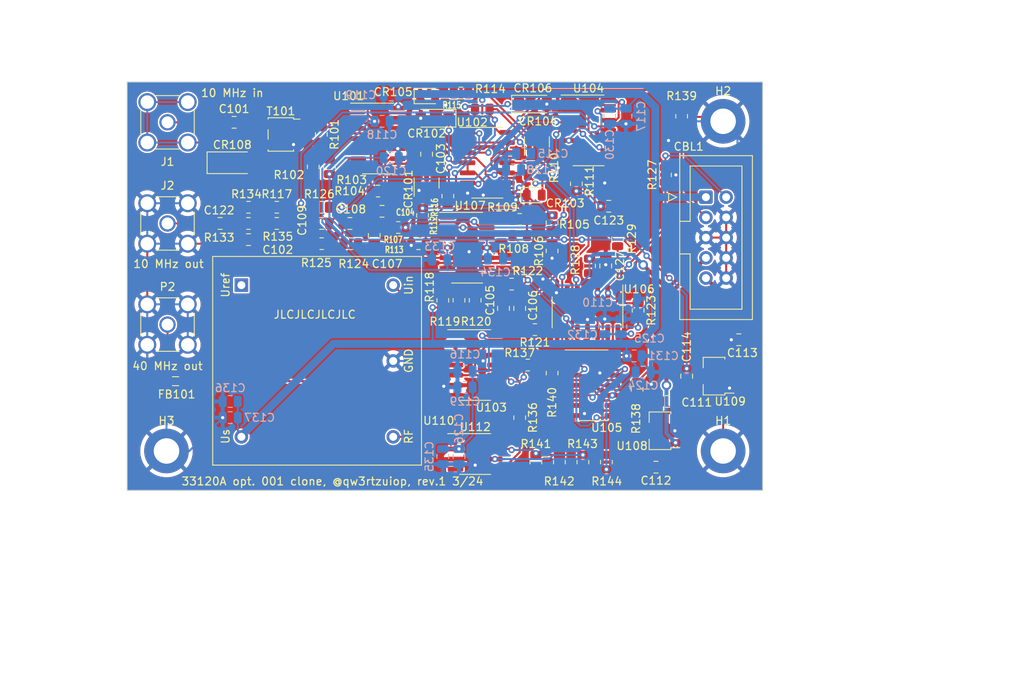
<source format=kicad_pcb>
(kicad_pcb (version 20240108) (generator "pcbnew") (generator_version "8.0")
  (title_block (comment 4 "AISLER Project ID: XZNVIOBK"))
  (layers (0 "F.Cu" signal) (31 "B.Cu" signal) (34 "B.Paste" user) (35 "F.Paste" user) (36 "B.SilkS" user "B.Silkscreen") (37 "F.SilkS" user "F.Silkscreen") (38 "B.Mask" user) (39 "F.Mask" user) (44 "Edge.Cuts" user))
  (net 0 "")
  (net 1 "Net-(J1-In)")
  (net 2 "Net-(T101-AA)")
  (net 3 "GND")
  (net 4 "Net-(C102-Pad2)")
  (net 5 "Net-(U101-OUT+)")
  (net 6 "Net-(C103-Pad2)")
  (net 7 "Net-(U107D--)")
  (net 8 "Net-(C105-Pad1)")
  (net 9 "Net-(C105-Pad2)")
  (net 10 "Net-(U107B-+)")
  (net 11 "Net-(C108-Pad2)")
  (net 12 "Net-(C109-Pad2)")
  (net 13 "Net-(CBL1-Pin_7)")
  (net 14 "+12V")
  (net 15 "Net-(CBL1-Pin_9)")
  (net 16 "-12V")
  (net 17 "VCC")
  (net 18 "Net-(J2-In)")
  (net 19 "Net-(C122-Pad2)")
  (net 20 "Net-(U107A--)")
  (net 21 "Net-(C127-Pad2)")
  (net 22 "Net-(CBL1-Pin_2)")
  (net 23 "Net-(CBL1-Pin_3)")
  (net 24 "Net-(CR102-A1)")
  (net 25 "Net-(CR103-A)")
  (net 26 "Net-(CR104-Pad1)")
  (net 28 "Net-(CR104-Pad3)")
  (net 29 "Net-(CR105-A)")
  (net 30 "Net-(CR106-A1)")
  (net 31 "Net-(CR108-A2)")
  (net 32 "Net-(P2-In)")
  (net 33 "Net-(FB101-Pad2)")
  (net 34 "Net-(T101-SB)")
  (net 35 "Net-(U101--IN)")
  (net 36 "Net-(U101-OUT-)")
  (net 37 "Net-(U107D-+)")
  (net 38 "Net-(R109-Pad2)")
  (net 39 "SIGOFF")
  (net 40 "Net-(R111-Pad2)")
  (net 41 "Net-(U107A-+)")
  (net 42 "Net-(R117-Pad2)")
  (net 43 "Net-(U110-Uin)")
  (net 44 "Net-(R121-Pad1)")
  (net 45 "Net-(U107B--)")
  (net 46 "Net-(R123-Pad1)")
  (net 47 "Net-(R126-Pad1)")
  (net 48 "Net-(R129-Pad1)")
  (net 49 "Net-(R136-Pad1)")
  (net 50 "Net-(U112-CLKOUT)")
  (net 51 "Net-(R137-Pad1)")
  (net 52 "Net-(U105A-C)")
  (net 53 "Net-(U105B-Q)")
  (net 54 "Net-(R138-Pad2)")
  (net 55 "Net-(R139-Pad1)")
  (net 56 "Net-(U105A-~{Q})")
  (net 57 "Net-(R140-Pad2)")
  (net 58 "Net-(U112-S1)")
  (net 59 "Net-(U112-S0)")
  (net 61 "Net-(U102-Pad8)")
  (net 62 "SIGOFF*")
  (net 64 "Net-(U103-Pad13)")
  (net 65 "Net-(U105A-D)")
  (net 66 "Net-(U105A-Q)")
  (net 67 "Net-(U107C--)")
  (net 69 "Net-(U110-RF)")
  (net 73 "Net-(C110-Pad2)")
  (footprint "Capacitor_SMD:C_0805_2012Metric" (layer "F.Cu") (at 151.892 96.901)
    (property "Reference" "C123")
    (property "Value" "100n")
  )
  (footprint "Resistor_SMD:R_0805_2012Metric" (layer "F.Cu") (at 144.78 102.5125 90)
    (property "Reference" "R106")
    (property "Value" "14.7K")
  )
  (footprint "Capacitor_SMD:C_0805_2012Metric" (layer "F.Cu") (at 104.8775 86.36)
    (property "Reference" "C101")
    (property "Value" "10n")
  )
  (footprint "Resistor_SMD:R_0805_2012Metric" (layer "F.Cu") (at 116.84 91.948 90)
    (property "Reference" "R103")
    (property "Value" "14.7K")
  )
  (footprint "Resistor_SMD:R_0805_2012Metric" (layer "F.Cu") (at 148.648 129.032 90)
    (property "Reference" "R143")
    (property "Value" "0")
  )
  (footprint "Inductor_SMD:L_0805_2012Metric" (layer "F.Cu") (at 97.536 118.872)
    (property "Reference" "FB101")
    (property "Value" "FerriteBead")
  )
  (footprint "Resistor_SMD:R_0805_2012Metric" (layer "F.Cu") (at 131.064 108.712 -90)
    (property "Reference" "R118")
    (property "Value" "1.96K")
  )
  (footprint "Package_SO:SOIC-14_3.9x8.7mm_P1.27mm" (layer "F.Cu") (at 149.225 110.236 -90)
    (property "Reference" "U106")
    (property "Value" "4066")
  )
  (footprint "Resistor_SMD:R_0805_2012Metric" (layer "F.Cu") (at 110.236 97.028)
    (property "Reference" "R117")
    (property "Value" "49.9")
  )
  (footprint "Connector_Coaxial:SMA_Amphenol_901-144_Vertical" (layer "F.Cu") (at 96.52 99.06)
    (property "Reference" "J2")
    (property "Value" "10 MHz output")
  )
  (footprint "Resistor_SMD:R_0805_2012Metric" (layer "F.Cu") (at 133.096 108.712 90)
    (property "Reference" "R119")
    (property "Value" "3.16K")
  )
  (footprint "Resistor_SMD:R_0805_2012Metric" (layer "F.Cu") (at 161.036 85.598 -90)
    (property "Reference" "R139")
    (property "Value" "49.9")
  )
  (footprint "Capacitor_SMD:C_0805_2012Metric" (layer "F.Cu") (at 138.684 109.728 90)
    (property "Reference" "C105")
    (property "Value" "100n")
  )
  (footprint "Package_SO:SOIC-14_3.9x8.7mm_P1.27mm" (layer "F.Cu") (at 149.352 87.376)
    (property "Reference" "U104")
    (property "Value" "74HC86")
  )
  (footprint "Capacitor_SMD:C_0805_2012Metric" (layer "F.Cu") (at 115.857 99.06 180)
    (property "Reference" "C109")
    (property "Value" "100n")
  )
  (footprint "Package_SO:SOIC-14_3.9x8.7mm_P1.27mm" (layer "F.Cu") (at 135.128 116.84)
    (property "Reference" "U103")
    (property "Value" "74HC02")
  )
  (footprint "Capacitor_SMD:C_0805_2012Metric" (layer "F.Cu") (at 157.815 129.667 180)
    (property "Reference" "C112")
    (property "Value" "100n")
  )
  (footprint "Resistor_SMD:R_0805_2012Metric" (layer "F.Cu") (at 110.236 99.06)
    (property "Reference" "R135")
    (property "Value" "49.9")
  )
  (footprint "Resistor_SMD:R_0805_2012Metric" (layer "F.Cu") (at 144.78 117.856 90)
    (property "Reference" "R140")
    (property "Value" "100")
  )
  (footprint "Resistor_SMD:R_0805_2012Metric" (layer "F.Cu") (at 147.828 94.0835 90)
    (property "Reference" "R111")
    (property "Value" "100K")
  )
  (footprint "Resistor_SMD:R_0805_2012Metric" (layer "F.Cu") (at 136.017 84.709 180)
    (property "Reference" "R115")
    (property "Value" "4.64K")
  )
  (footprint "Capacitor_SMD:C_0805_2012Metric" (layer "F.Cu") (at 123.444 97.536 180)
    (property "Reference" "C104")
    (property "Value" "100n")
  )
  (footprint "Resistor_SMD:R_0805_2012Metric" (layer "F.Cu") (at 141.732 116.84)
    (property "Reference" "R137")
    (property "Value" "100")
  )
  (footprint "Resistor_SMD:R_0805_2012Metric" (layer "F.Cu") (at 125.476 99.568)
    (property "Reference" "R107")
    (property "Value" "100K")
  )
  (footprint "Resistor_SMD:R_0805_2012Metric" (layer "F.Cu") (at 153 101 -90)
    (property "Reference" "R129")
    (property "Value" "4.64K")
  )
  (footprint "Capacitor_SMD:C_0805_2012Metric" (layer "F.Cu") (at 129.032 90.358 -90)
    (property "Reference" "C103")
    (property "Value" "10n")
  )
  (footprint "Resistor_SMD:R_0805_2012Metric" (layer "F.Cu") (at 115.857 97.028 180)
    (property "Reference" "R126")
    (property "Value" "31.6K")
  )
  (footprint "MountingHole:MountingHole_3.2mm_M3_DIN965_Pad_TopBottom" (layer "F.Cu") (at 166.243 86.233)
    (property "Reference" "H2")
    (property "Value" "MountingHole_Pad")
  )
  (footprint "Resistor_SMD:R_0805_2012Metric" (layer "F.Cu") (at 159.004 92.964 -90)
    (property "Reference" "R127")
    (property "Value" "11K")
  )
  (footprint "Resistor_SMD:R_0805_2012Metric" (layer "F.Cu") (at 128.016 101.6 180)
    (property "Reference" "R113")
    (property "Value" "11K")
  )
  (footprint "Resistor_SMD:R_0805_2012Metric" (layer "F.Cu") (at 142.748 129.032 90)
    (property "Reference" "R141")
    (property "Value" "0")
  )
  (footprint "Package_SO:SOIC-8_3.9x4.9mm_P1.27mm" (layer "F.Cu") (at 135.128 128.016)
    (property "Reference" "U112")
    (property "Value" "NB3N502")
  )
  (footprint "Resistor_SMD:R_0805_2012Metric" (layer "F.Cu") (at 155.448 119.888 90)
    (property "Reference" "R138")
    (property "Value" "100")
  )
  (footprint "Package_TO_SOT_SMD:SOT-89-3" (layer "F.Cu") (at 165.1 118.237 180)
    (property "Reference" "U109")
    (property "Value" "L79L12_SOT89")
  )
  (footprint "Diode_SMD:D_MiniMELF" (layer "F.Cu") (at 142.367 84.074)
    (property "Reference" "CR106")
    (property "Value" "4V7")
  )
  (footprint "Resistor_SMD:R_0805_2012Metric" (layer "F.Cu") (at 142.6445 92.964 180)
    (property "Reference" "R110")
    (property "Value" "681")
  )
  (footprint "Resistor_SMD:R_0805_2012Metric" (layer "F.Cu") (at 140.716 123.444 -90)
    (property "Reference" "R136")
    (property "Value" "100")
  )
  (footprint "Package_SO:SOIC-14_3.9x8.7mm_P1.27mm" (layer "F.Cu") (at 149.86 119.38)
    (property "Reference" "U105")
    (property "Value" "74HC74")
  )
  (footprint "Package_TO_SOT_SMD:SOT-89-3" (layer "F.Cu") (at 158.323 125.095 180)
    (property "Reference" "U108")
    (property "Value" "L78L12_SOT89")
  )
  (footprint "Capacitor_SMD:C_0805_2012Metric" (layer "F.Cu") (at 122.461 100.584 -90)
    (property "Reference" "C107")
    (property "Value" "100n")
  )
  (footprint "Resistor_SMD:R_0805_2012Metric" (layer "F.Cu") (at 128.524 98.044 -90)
    (property "Reference" "R112")
    (property "Value" "78.7K")
  )
  (footprint "LED_SMD:LED_0805_2012Metric" (layer "F.Cu") (at 129.159 83.058)
    (property "Reference" "CR105")
    (property "Value" "LED")
  )
  (footprint "Resistor_SMD:R_0805_2012Metric" (layer "F.Cu") (at 106.68 99.06)
    (property "Reference" "R133")
    (property "Value" "49.9")
  )
  (footprint "Resistor_SMD:R_0805_2012Metric" (layer "F.Cu") (at 119.5165 101.6)
    (property "Reference" "R124")
    (property "Value" "31.6K")
  )
  (footprint "Package_TO_SOT_SMD:SOT-23" (layer "F.Cu") (at 142.875 88.8215 90)
    (property "Reference" "CR104")
    (property "Value" "BAV99")
  )
  (footprint "Resistor_SMD:R_0805_2012Metric" (layer "F.Cu") (at 115.824 87.884 -90)
    (property "Reference" "R101")
    (property "Value" "49.9")
  )
  (footprint "Connector_Coaxial:SMA_Amphenol_901-144_Vertical" (layer "F.Cu") (at 96.52 86.36)
    (property "Reference" "J1")
    (property "Value" "10 MHz input")
  )
  (footprint "Resistor_SMD:R_0805_2012Metric" (layer "F.Cu") (at 133.35 82.677 180)
    (property "Reference" "R114")
    (property "Value" "1.47K")
  )
  (footprint "Resistor_SMD:R_0805_2012Metric" (layer "F.Cu") (at 135.128 108.712 90)
    (property "Reference" "R120")
    (property "Value" "5.11K")
  )
  (footprint "Diode_SMD:D_SOD-128" (layer "F.Cu") (at 104.648 91.44)
    (property "Reference" "CR108")
    (property "Value" "SZESD9B5.0ST5G")
  )
  (footprint "Resistor_SMD:R_0805_2012Metric" (layer "F.Cu") (at 114.808 91.948 -90)
    (property "Reference" "R102")
    (property "Value" "49.9")
  )
  (footprint "Resistor_SMD:R_0805_2012Metric" (layer "F.Cu") (at 139.7 106.68 180)
    (property "Reference" "R122")
    (property "Value" "82.5K")
  )
  (footprint "Resistor_SMD:R_0805_2012Metric" (layer "F.Cu") (at 145.698 129.032 90)
    (property "Reference" "R142")
    (property "Value" "0")
  )
  (footprint "Capacitor_SMD:C_0805_2012Metric" (layer "F.Cu") (at 103.124 99.06)
    (property "Reference" "C122")
    (property "Value" "10n")
  )
  (footprint "Diode_SMD:D_MiniMELF" (layer "F.Cu") (at 130.048 85.852 180)
    (property "Reference" "CR102")
    (property "Value" "4V7")
  )
  (footprint "Resistor_SMD:R_0805_2012Metric" (layer "F.Cu") (at 144.78 98.9565 90)
    (property "Reference" "R105")
    (property "Value" "28.7K")
  )
  (footprint "Transformer_SMD:Transformer_MiniCircuits_AT224-1A" (layer "F.Cu") (at 110.744 87.884 -90)
    (property "Reference" "T101")
    (property "Value" "Transformer_1P_1S")
  )
  (footprint "Resistor_SMD:R_0805_2012Metric" (layer "F.Cu") (at 151.598 129.032 90)
    (property "Reference" "R144")
    (property "Value" "0")
  )
  (footprint "MountingHole:MountingHole_3.2mm_M3_DIN965_Pad_TopBottom" (layer "F.Cu") (at 166.243 127.635)
    (property "Reference" "H1")
    (property "Value" "MountingHole_Pad")
  )
  (footprint "Resistor_SMD:R_0805_2012Metric" (layer "F.Cu") (at 142.621 112.395 180)
    (property "Reference" "R121")
    (property "Value" "562K")
  )
  (footprint "Capacitor_SMD:C_0805_2012Metric" (layer "F.Cu") (at 151.511 104.394 -90)
    (property "Reference" "C127")
    (property "Value" "100n")
  )
  (footprint "MountingHole:MountingHole_3.2mm_M3_DIN965_Pad_TopBottom" (layer "F.Cu") (at 96.393 127.635)
    (property "Reference" "H3")
    (property "Value" "MountingHole_Pad")
  )
  (footprint "Capacitor_SMD:C_0805_2012Metric" (layer "F.Cu") (at 119.413 99.06 180)
    (property "Reference" "C108")
    (property "Value" "100n")
  )
  (footprint "Capacitor_SMD:C_0805_2012Metric" (layer "F.Cu") (at 159.273 121.412 180)
    (property "Reference" "C111")
    (property "Value" "100n")
  )
  (footprint "Capacitor_SMD:C_0805_2012Metric" (layer "F.Cu") (at 161.671 118.237 -90)
    (property "Reference" "C114")
    (property "Value" "100n")
  )
  (footprint "Capacitor_SMD:C_0805_2012Metric" (layer "F.Cu") (at 140.716 109.728 90)
    (property "Reference" "C106")
    (property "Value" "100n")
  )
  (footprint "Resistor_SMD:R_0805_2012Metric" (layer "F.Cu") (at 155.575 109.982 -90)
    (property "Reference" "R123")
    (property "Value" "100K")
  )
  (footprint "Resistor_SMD:R_0805_2012Metric" (layer "F.Cu") (at 115.857 101.6)
    (property "Reference" "R125")
    (property "Value" "31.6K")
  )
  (footprint "Resistor_SMD:R_0805_2012Metric" (layer "F.Cu") (at 140.716 100.584 180)
    (property "Reference" "R108")
    (property "Value" "100K")
  )
  (footprint "Oscillator:Oscillator_OCXO_Morion_MV317" (layer "F.Cu") (at 105.791 106.807)
    (property "Reference" "U110")
    (property "Value" "OCXO")
  )
  (footprint "Package_SO:SOIC-14_3.9x8.7mm_P1.27mm" (layer "F.Cu") (at 134.112 102.108)
    (property "Reference" "U107")
    (property "Value" "TL074")
  )
  (footprint "Resistor_SMD:R_0805_2012Metric" (layer "F.Cu") (at 140.716 98.552 180)
    (property "Reference" "R109")
    (property "Value" "4.64K")
  )
  (footprint "Package_SO:SOIC-14_3.9x8.7mm_P1.27mm" (layer "F.Cu") (at 122.936 88.392)
    (property "Reference" "U101")
    (property "Value" "LM361M")
  )
  (footprint "Connector_IDC:IDC-Header_2x05_P2.54mm_Vertical" (layer "F.Cu") (at 164.084 95.758)
    (property "Reference" "CBL1")
    (property "Value" "Conn_01x10_Pin")
  )
  (footprint "Resistor_SMD:R_0805_2012Metric" (layer "F.Cu") (at 131.699 95.631 90)
    (property "Reference" "R116")
    (property "Value" "90.6K")
  )
  (footprint "LED_SMD:LED_0805_2012Metric" (layer "F.Cu") (at 142.538 95.504)
    (property "Reference" "CR103")
    (property "Value" "LED")
  )
  (footprint "Package_TO_SOT_SMD:SOT-23" (layer "F.Cu") (at 129.032 93.98 90)
    (property "Reference" "CR101")
    (property "Value" "BAV99")
  )
  (footprint "Resistor_SMD:R_0805_2012Metric" (layer "F.Cu") (at 122.936 94.996)
    (property "Reference" "R104")
    (property "Value" "2.61K")
  )
  (footprint "Resistor_SMD:R_0805_2012Metric" (layer "F.Cu") (at 149.479 104.394 90)
    (property "Reference" "R128")
    (property "Value" "33.2K")
  )
  (footprint "Capacitor_SMD:C_0805_2012Metric" (layer "F.Cu") (at 168.214 113.665 180)
    (property "Reference" "C113")
    (property "Value" "100n")
  )
  (footprint "Connector_Coaxial:SMA_Amphenol_901-144_Vertical" (layer "F.Cu") (at 96.52 111.76)
    (property "Reference" "P2")
    (property "Value" "40 MHz output")
  )
  (footprint "Resistor_SMD:R_0805_2012Metric" (layer "F.Cu") (at 106.68 97.028)
    (property "Reference" "R134")
    (property "Value" "49.9")
  )
  (footprint "Capacitor_SMD:C_0805_2012Metric" (layer "F.Cu") (at 106.68 101.092)
    (property "Reference" "C102")
    (property "Value" "68p")
  )
  (footprint "Package_SO:SOIC-14_3.9x8.7mm_P1.27mm" (layer "F.Cu") (at 136.652 91.44)
    (property "Reference" "U102")
    (property "Value" "74LS132")
  )
  (footprint "Capacitor_SMD:C_0805_2012Metric" (layer "B.Cu") (at 133.858 119.634 180)
    (property "Reference" "C129")
    (property "Value" "100n")
  )
  (footprint "Capacitor_SMD:C_0805_2012Metric" (layer "B.Cu") (at 155.067 115.697)
    (property "Reference" "C131")
    (property "Value" "100n")
  )
  (footprint "Capacitor_SMD:C_0805_2012Metric" (layer "B.Cu") (at 152.019 85.598 -90)
    (property "Reference" "C130")
    (property "Value" "100n")
  )
  (footprint "Capacitor_SMD:C_0805_2012Metric" (layer "B.Cu") (at 141.224 90.297 180)
    (property "Reference" "C115")
    (property "Value" "10n")
  )
  (footprint "Capacitor_SMD:C_0805_2012Metric" (layer "B.Cu") (at 156.21 117.729)
    (property "Reference" "C124")
    (property "Value" "10n")
  )
  (footprint "Capacitor_SMD:C_0805_2012Metric" (layer "B.Cu") (at 154.5 108.5 180)
    (property "Reference" "C110")
    (property "Value" "100p")
  )
  (footprint "Capacitor_SMD:C_0805_2012Metric" (layer "B.Cu") (at 124.587 90.805)
    (property "Reference" "C120")
    (property "Value" "100n")
  )
  (footprint "Capacitor_SMD:C_0805_2012Metric" (layer "B.Cu") (at 137.668 103.505)
    (property "Reference" "C134")
    (property "Value" "100n")
  )
  (footprint "Capacitor_SMD:C_0805_2012Metric" (layer "B.Cu") (at 104.394 121.412 180)
    (property "Reference" "C136")
    (property "Value" "100n")
  )
  (footprint "Capacitor_SMD:C_0805_2012Metric" (layer "B.Cu") (at 151.384 112.014 90)
    (property "Reference" "C132")
    (property "Value" "100n")
  )
  (footprint "Capacitor_SMD:C_0805_2012Metric" (layer "B.Cu") (at 124.587 82.931 180)
    (property "Reference" "C119")
    (property "Value" "100n")
  )
  (footprint "Capacitor_SMD:C_0805_2012Metric" (layer "B.Cu") (at 104.394 123.444 180)
    (property "Reference" "C137")
    (property "Value" "10n")
  )
  (footprint "Capacitor_SMD:C_0805_2012Metric" (layer "B.Cu") (at 123.444 86.233)
    (property "Reference" "C118")
    (property "Value" "100n")
  )
  (footprint "Capacitor_SMD:C_0805_2012Metric" (layer "B.Cu") (at 133.096 128.331 -90)
    (property "Reference" "C126")
    (property "Value" "10n")
  )
  (footprint "Capacitor_SMD:C_0805_2012Metric" (layer "B.Cu") (at 154.051 85.598 -90)
    (property "Reference" "C117")
    (property "Value" "10n")
  )
  (footprint "Capacitor_SMD:C_0805_2012Metric" (layer "B.Cu") (at 130.683 103.632 180)
    (property "Reference" "C133")
    (property "Value" "100n")
  )
  (footprint "Capacitor_SMD:C_0805_2012Metric" (layer "B.Cu") (at 139.954 92.329 180)
    (property "Reference" "C128")
    (property "Value" "100n")
  )
  (footprint "Capacitor_SMD:C_0805_2012Metric" (layer "B.Cu") (at 153.416 112.014 90)
    (property "Reference" "C125")
    (property "Value" "10n")
  )
  (footprint "Capacitor_SMD:C_0805_2012Metric" (layer "B.Cu") (at 131.064 128.331 -90)
    (property "Reference" "C135")
    (property "Value" "100n")
  )
  (footprint "Capacitor_SMD:C_0805_2012Metric" (layer "B.Cu") (at 133.858 117.602 180)
    (property "Reference" "C116")
    (property "Value" "10n")
  )
  (gr_rect (start 91.44 81.28) (end 171.196 132.588) (stroke (width 0.1)) (fill none) (layer "Edge.Cuts"))
  (gr_text "33120A opt. 001 clone, @qw3rtzuiop, rev.1 3/24" (at 117.221 131.445 0) (layer "F.SilkS") (effects (font (size 1 1))))
  (gr_text "40 MHz out" (at 96.52 116.967 0) (layer "F.SilkS") (effects (font (size 1 1))))
  (gr_text "10 MHz out" (at 96.647 104.14 0) (layer "F.SilkS") (effects (font (size 1 1))))
  (gr_text "10 MHz in" (at 104.648 82.677 0) (layer "F.SilkS") (effects (font (size 1 1))))
  (gr_text "JLCJLCJLCJLC" (at 115 110.5 0) (layer "F.SilkS") (effects (font (size 1 1))))
  (segment (start 103.9275 86.36) (end 96.52 86.36) (width 0.25) (layer "F.Cu") (net 1))
  (segment (start 108.9 86.36) (end 109.154 86.614) (width 0.25) (layer "F.Cu") (net 2))
  (segment (start 105.8275 86.36) (end 108.9 86.36) (width 0.25) (layer "F.Cu") (net 2))
  (segment (start 146.215 116.215) (end 146.085 116.085) (width 0.25) (layer "F.Cu") (net 3))
  (segment (start 146.750695 123.824305) (end 146.750695 129.107) (width 0.25) (layer "F.Cu") (net 3))
  (segment (start 144.78 103.425) (end 144.78 104.892694) (width 0.25) (layer "F.Cu") (net 3))
  (segment (start 100.584 123.444) (end 103.444 123.444) (width 0.25) (layer "F.Cu") (net 3))
  (segment (start 102.448 93.132) (end 99.06 96.52) (width 0.25) (layer "F.Cu") (net 3))
  (segment (start 126.5955 101.6) (end 127.1035 101.6) (width 0.25) (layer "F.Cu") (net 3))
  (segment (start 126.385999 89.662) (end 127.508 90.784001) (width 0.25) (layer "F.Cu") (net 3))
  (segment (start 157.226 119.253) (end 157.226 119.611) (width 0.25) (layer "F.Cu") (net 3))
  (segment (start 112.334 90.3865) (end 112.334 90.358) (width 0.25) (layer "F.Cu") (net 3))
  (segment (start 152.842 95.438) (end 152.842 96.901) (width 0.25) (layer "F.Cu") (net 3))
  (segment (start 103.972 92.964) (end 109.728 92.964) (width 0.25) (layer "F.Cu") (net 3))
  (segment (start 161.671 119.187) (end 162.221 119.737) (width 0.25) (layer "F.Cu") (net 3))
  (segment (start 146.858305 110.273) (end 147.283 110.697695) (width 0.25) (layer "F.Cu") (net 3))
  (segment (start 148.59 123.19) (end 148.844 122.936) (width 0.25) (layer "F.Cu") (net 3))
  (segment (start 154.888 119.963) (end 154.423 119.498) (width 0.25) (layer "F.Cu") (net 3))
  (segment (start 146.085 115.219092) (end 146.843092 114.461) (width 0.25) (layer "F.Cu") (net 3))
  (segment (start 133.096 111.252) (end 134.62 112.776) (width 0.25) (layer "F.Cu") (net 3))
  (segment (start 166.243 86.233) (end 165.683 85.673) (width 0.25) (layer "F.Cu") (net 3))
  (segment (start 160.923 125.095) (end 160.1855 125.095) (width 0.25) (layer "F.Cu") (net 3))
  (segment (start 166.624 100.838) (end 166.624 103.378) (width 0.25) (layer "F.Cu") (net 3))
  (segment (start 146.843092 114.461) (end 148.039 114.461) (width 0.25) (layer "F.Cu") (net 3))
  (segment (start 162.909 109.31) (end 167.264 113.665) (width 0.25) (layer "F.Cu") (net 3))
  (segment (start 140.82684 95.504) (end 140.231856 96.098984) (width 0.25) (layer "F.Cu") (net 3))
  (segment (start 134.431 95.504) (end 134.177 95.25) (width 0.25) (layer "F.Cu") (net 3))
  (segment (start 141.6005 95.504) (end 140.82684 95.504) (width 0.25) (layer "F.Cu") (net 3))
  (segment (start 134.366 128.651) (end 132.653 128.651) (width 0.25) (layer "F.Cu") (net 3))
  (segment (start 144.526 89.215908) (end 146.496092 91.186) (width 0.25) (layer "F.Cu") (net 3))
  (segment (start 163.703 125.095) (end 160.1855 125.095) (width 0.25) (layer "F.Cu") (net 3))
  (segment (start 136.634 103.425) (end 136.587 103.378) (width 0.25) (layer "F.Cu") (net 3))
  (segment (start 93.98 125.222) (end 93.98 114.3) (width 0.25) (layer "F.Cu") (net 3))
  (segment (start 154.926 85.673) (end 154.051 86.548) (width 0.25) (layer "F.Cu") (net 3))
  (segment (start 148.039 114.461) (end 149.225 113.275) (width 0.25) (layer "F.Cu") (net 3))
  (segment (start 123.544 96.486) (end 126.5135 96.486) (width 0.25) (layer "F.Cu") (net 3))
  (segment (start 144.78 104.892694) (end 143.632347 106.040347) (width 0.25) (layer "F.Cu") (net 3))
  (segment (start 150.769942 117.836448) (end 149.148494 116.215) (width 0.25) (layer "F.Cu") (net 3))
  (segment (start 149.225 113.275) (end 149.225 112.711) (width 0.25) (layer "F.Cu") (net 3))
  (segment (start 102.448 91.44) (end 102.448 93.132) (width 0.25) (layer "F.Cu") (net 3))
  (segment (start 147.283 110.697695) (end 147.283 110.961) (width 0.25) (layer "F.Cu") (net 3))
  (segment (start 96.393 127.635) (end 93.98 125.222) (width 0.25) (layer "F.Cu") (net 3))
  (segment (start 146.877 84.836) (end 145.786695 84.836) (width 0.25) (layer "F.Cu") (net 3))
  (segment (start 136.587 103.378) (end 135.128 103.378) (width 0.25) (layer "F.Cu") (net 3))
  (segment (start 143.961588 96.529) (end 145.542 94.948588) (width 0.25) (layer "F.Cu") (net 3))
  (segment (start 115.782 93.8345) (end 114.808 92.8605) (width 0.25) (layer "F.Cu") (net 3))
  (segment (start 149.225 112.330092) (end 149.225 112.711) (width 0.25) (layer "F.Cu") (net 3))
  (segment (start 162.909 105.431299) (end 162.909 109.31) (width 0.25) (layer "F.Cu") (net 3))
  (segment (start 137.603 115.57) (end 136.873817 115.57) (width 0.25) (layer "F.Cu") (net 3))
  (segment (start 154.158 118.735) (end 154.423 119) (width 0.25) (layer "F.Cu") (net 3))
  (segment (start 149.225 111.125) (end 149.225 112.711) (width 0.25) (layer "F.Cu") (net 3))
  (segment (start 162.221 119.737) (end 167.05 119.737) (width 0.25) (layer "F.Cu") (net 3))
  (segment (start 164.084 100.838) (end 166.624 100.838) (width 0.25) (layer "F.Cu") (net 3))
  (segment (start 156.874 119.963) (end 154.888 119.963) (width 0.25) (layer "F.Cu") (net 3))
  (segment (start 135.128 129.413) (end 136.261 130.546) (width 0.25) (layer "F.Cu") (net 3))
  (segment (start 132.526 119.507) (end 132.653 119.38) (width 0.25) (layer "F.Cu") (net 3))
  (segment (start 125.603 115.57) (end 132.653 115.57) (width 0.25) (layer "F.Cu") (net 3))
  (segment (start 150.769942 117.836448) (end 150.769942 118.19585) (width 0.25) (layer "F.Cu") (net 3))
  (segment (start 151.309092 118.735) (end 154.158 118.735) (width 0.25) (layer "F.Cu") (net 3))
  (segment (start 147.447 111.125) (end 149.225 111.125) (width 0.25) (layer "F.Cu") (net 3))
  (segment (start 142.748 129.9445) (end 143.2325 129.9445) (width 0.25) (layer "F.Cu") (net 3))
  (segment (start 151.511 103.444) (end 151.511 104.244) (width 0.25) (layer "F.Cu") (net 3))
  (segment (start 145.542 92.075) (end 145.988 92.075) (width 0.25) (layer "F.Cu") (net 3))
  (segment (start 136.261 130.546) (end 142.1465 130.546) (width 0.25) (layer "F.Cu") (net 3))
  (segment (start 133.477 128.651) (end 132.653 128.651) (width 0.25) (layer "F.Cu") (net 3))
  (segment (start 166.243 127.635) (end 163.703 125.095) (width 0.25) (layer "F.Cu") (net 3))
  (segment (start 124.841 116.332) (end 125.603 115.57) (width 0.25) (layer "F.Cu") (net 3))
  (segment (start 134.62 122.617) (end 134.62 127.508) (width 0.25) (layer "F.Cu") (net 3))
  (segment (start 122.527 99.568) (end 122.461 99.634) (width 0.25) (layer "F.Cu") (net 3))
  (segment (start 156.865 128.4155) (end 160.1855 125.095) (width 0.25) (layer "F.Cu") (net 3))
  (segment (start 166.243 120.544) (end 167.05 119.737) (width 0.25) (layer "F.Cu") (net 3))
  (segment (start 146.496092 91.186) (end 146.877 91.186) (width 0.25) (layer "F.Cu") (net 3))
  (segment (start 147.385 123.19) (end 148.59 123.19) (width 0.25) (layer "F.Cu") (net 3))
  (segment (start 120.937 99.634) (end 120.363 99.06) (width 0.25) (layer "F.Cu") (net 3))
  (segment (start 158.323 121.412) (end 156.874 119.963) (width 0.25) (layer "F.Cu") (net 3))
  (segment (start 114.808 92.8605) (end 112.334 90.3865) (width 0.25) (layer "F.Cu") (net 3))
  (segment (start 127.508 90.784001) (end 127.508 93.472) (width 0.25) (layer "F.Cu") (net 3))
  (segment (start 142.6255 96.529) (end 143.961588 96.529) (width 0.25) (layer "F.Cu") (net 3))
  (segment (start 144.07 129.107) (end 146.750695 129.107) (width 0.25) (layer "F.Cu") (net 3))
  (segment (start 132.653 120.65) (end 132.653 119.38) (width 0.25) (layer "F.Cu") (net 3))
  (segment (start 158.323 123.2325) (end 158.323 121.412) (width 0.25) (layer "F.Cu") (net 3))
  (segment (start 145.988 92.075) (end 146.877 91.186) (width 0.25) (layer "F.Cu") (net 3))
  (segment (start 132.653 114.3) (end 132.653 115.57) (width 0.25) (layer "F.Cu") (net 3))
  (segment (start 144.879 84.836) (end 146.877 84.836) (width 0.25) (layer "F.Cu") (net 3))
  (segment (start 105.222 101.6) (end 105.73 101.092) (width 0.25) (layer "F.Cu") (net 3))
  (segment (start 157.226 119.611) (end 156.874 119.963) (width 0.25) (layer "F.Cu") (net 3))
  (segment (start 122.494 97.536) (end 123.544 96.486) (width 0.25) (layer "F.Cu") (net 3))
  (segment (start 160.311 89.572) (end 160.311 92.964) (width 0.25) (layer "F.Cu") (net 3))
  (segment (start 117.857 98.01) (end 119.313 98.01) (width 0.25) (layer "F.Cu") (net 3))
  (segment (start 144.78 103.425) (end 136.634 103.425) (width 0.25) (layer "F.Cu") (net 3))
  (segment (start 157.287 86.548) (end 154.051 86.548) (width 0.25) (layer "F.Cu") (net 3))
  (segment (start 166.624 105.918) (end 165.449 104.743) (width 0.25) (layer "F.Cu") (net 3))
  (segment (start 127.508 93.472) (end 128.082 94.046) (width 0.25) (layer "F.Cu") (net 3))
  (segment (start 156.865 129.667) (end 156.865 128.4155) (width 0.25) (layer "F.Cu") (net 3))
  (segment (start 163.597299 104.743) (end 162.909 105.431299) (width 0.25) (layer "F.Cu") (net 3))
  (segment (start 115.782 98.035) (end 115.782 93.8345) (width 0.25) (layer "F.Cu") (net 3))
  (segment (start 128.298 85.852) (end 128.298 86.586) (width 0.25) (layer "F.Cu") (net 3))
  (segment (start 122.494 97.536) (end 122.494 99.601) (width 0.25) (layer "F.Cu") (net 3))
  (segment (start 144.117 84.074) (end 144.879 84.836) (width 0.25) (layer "F.Cu") (net 3))
  (segment (start 159.385 88.646) (end 157.287 86.548) (width 0.25) (layer "F.Cu") (net 3))
  (segment (start 166.624 98.298) (end 166.624 100.838) (width 0.25) (layer "F.Cu") (net 3))
  (segment (start 136.873817 115.57) (end 136.123983 116.319834) (width 0.25) (layer "F.Cu") (net 3))
  (segment (start 146.085 116.085) (end 146.085 115.219092) (width 0.25) (layer "F.Cu") (net 3))
  (segment (start 134.62 113.792) (end 134.112 114.3) (width 0.25) (layer "F.Cu") (net 3))
  (segment (start 147.283 110.961) (end 147.447 111.125) (width 0.25) (layer "F.Cu") (net 3))
  (segment (start 125.411 89.662) (end 126.385999 89.662) (width 0.25) (layer "F.Cu") (net 3))
  (segment (start 93.98 101.6) (end 93.98 109.22) (width 0.25) (layer "F.Cu") (net 3))
  (segment (start 149.148494 116.215) (end 146.215 116.215) (width 0.25) (layer "F.Cu") (net 3))
  (segment (start 147.385 123.19) (end 146.750695 123.824305) (width 0.25) (layer "F.Cu") (net 3))
  (segment (start 128.2215 83.058) (end 129.3645 84.201) (width 0.25) (layer "F.Cu") (net 3))
  (segment (start 144.526 86.096695) (end 144.526 89.215908) (width 0.25) (layer "F.Cu") (net 3))
  (segment (start 129.3645 84.201) (end 131.445 84.201) (width 0.25) (layer "F.Cu") (net 3))
  (segment (start 145.786695 84.836) (end 144.526 86.096695) (width 0.25) (layer "F.Cu") (net 3))
  (segment (start 151.384 93.98) (end 152.842 95.438) (width 0.25) (layer "F.Cu") (net 3))
  (segment (start 133.096 109.6245) (end 133.096 111.252) (width 0.25) (layer "F.Cu") (net 3))
  (segment (start 134.62 112.776) (end 134.62 113.792) (width 0.25) (layer "F.Cu") (net 3))
  (segment (start 115.4665 89.154) (end 115.824 88.7965) (width 0.25) (layer "F.Cu") (net 3))
  (segment (start 136.144 95.504) (end 134.431 95.504) (width 0.25) (layer "F.Cu") (net 3))
  (segment (start 145.415 109.093) (end 146.595 110.273) (width 0.25) (layer "F.Cu") (net 3))
  (segment (start 112.334 90.358) (end 112.334 89.154) (width 0.25) (layer "F.Cu") (net 3))
  (segment (start 166.243 127.635) (end 166.243 120.544) (width 0.25) (layer "F.Cu") (net 3))
  (segment (start 96.393 127.635) (end 100.584 123.444) (width 0.25) (layer "F.Cu") (net 3))
  (segment (start 146.750695 129.107) (end 147.588195 129.9445) (width 0.25) (layer "F.Cu") (net 3))
  (segment (start 160.1855 125.095) (end 158.323 123.2325) (width 0.25) (layer "F.Cu") (net 3))
  (segment (start 161.671 124.347) (end 160.923 125.095) (width 0.25) (layer "F.Cu") (net 3))
  (segment (start 147.588195 129.9445) (end 148.648 129.9445) (width 0.25) (layer "F.Cu") (net 3))
  (segment (start 112.207 89.281) (end 112.334 89.154) (width 0.25) (layer "F.Cu") (net 3))
  (segment (start 161.671 119.187) (end 161.671 124.347) (width 0.25) (layer "F.Cu") (net 3))
  (segment (start 165.683 85.673) (end 154.926 85.673) (width 0.25) (layer "F.Cu") (net 3))
  (segment (start 116.807 99.06) (end 115.782 98.035) (width 0.25) (layer "F.Cu") (net 3))
  (segment (start 122.494 99.601) (end 122.461 99.634) (width 0.25) (layer "F.Cu") (net 3))
  (segment (start 143.2325 129.9445) (end 144.07 129.107) (width 0.25) (layer "F.Cu") (net 3))
  (segment (start 109.728 92.964) (end 112.334 90.358) (width 0.25) (layer "F.Cu") (net 3))
  (segment (start 116.807 99.06) (end 117.857 98.01) (width 0.25) (layer "F.Cu") (net 3))
  (segment (start 135.128 103.378) (end 134.366 102.616) (width 0.25) (layer "F.Cu") (net 3))
  (segment (start 99.06 101.6) (end 105.222 101.6) (width 0.25) (layer "F.Cu") (net 3))
  (segment (start 126.5135 96.486) (end 128.082 94.9175) (width 0.25) (layer "F.Cu") (net 3))
  (segment (start 122.461 99.634) (end 120.937 99.634) (width 0.25) (layer "F.Cu") (net 3))
  (segment (start 134.112 114.3) (end 132.653 114.3) (width 0.25) (layer "F.Cu") (net 3))
  (segment (start 135.128 129.413) (end 134.366 128.651) (width 0.25) (layer "F.Cu") (net 3))
  (segment (start 131.191 119.507) (end 132.526 119.507) (width 0.25) (layer "F.Cu") (net 3))
  (segment (start 154.423 119.498) (end 154.423 119) (width 0.25) (layer "F.Cu") (net 3))
  (segment (start 128.298 85.852) (end 128.298 83.1345) (width 0.25) (layer "F.Cu") (net 3))
  (segment (start 165.449 104.743) (end 163.597299 104.743) (width 0.25) (layer "F.Cu") (net 3))
  (segment (start 128.082 94.046) (end 128.082 94.9175) (width 0.25) (layer "F.Cu") (net 3))
  (segment (start 166.624 105.918) (end 166.624 103.378) (width 0.25) (layer "F.Cu") (net 3))
  (segment (start 119.313 98.01) (end 120.363 99.06) (width 0.25) (layer "F.Cu") (net 3))
  (segment (start 124.5635 99.568) (end 122.527 99.568) (width 0.25) (layer "F.Cu") (net 3))
  (segment (start 159.385 88.646) (end 160.311 89.572) (width 0.25) (layer "F.Cu") (net 3))
  (segment (start 145.542 94.948588) (end 145.542 92.075) (width 0.25) (layer "F.Cu") (net 3))
  (segment (start 141.6005 95.504) (end 142.6255 96.529) (width 0.25) (layer "F.Cu") (net 3))
  (segment (start 137.603 120.65) (end 132.653 120.65) (width 0.25) (layer "F.Cu") (net 3))
  (segment (start 124.5635 99.568) (end 126.5955 101.6) (width 0.25) (layer "F.Cu") (net 3))
  (segment (start 146.595 110.273) (end 146.858305 110.273) (width 0.25) (layer "F.Cu") (net 3))
  (segment (start 145.415 107.761) (end 145.415 109.093) (width 0.25) (layer "F.Cu") (net 3))
  (segment (start 128.298 83.1345) (end 128.2215 83.058) (width 0.25) (layer "F.Cu") (net 3))
  (segment (start 132.653 120.65) (end 134.62 122.617) (width 0.25) (layer "F.Cu") (net 3))
  (segment (start 142.1465 130.546) (end 142.748 129.9445) (width 0.25) (layer "F.Cu") (net 3))
  (segment (start 150.769942 118.19585) (end 151.309092 118.735) (width 0.25) (layer "F.Cu") (net 3))
  (segment (start 134.62 127.508) (end 133.477 128.651) (width 0.25) (layer "F.Cu") (net 3))
  (segment (start 112.334 89.154) (end 115.4665 89.154) (width 0.25) (layer "F.Cu") (net 3))
  (segment (start 102.448 91.44) (end 103.972 92.964) (width 0.25) (layer "F.Cu") (net 3))
  (via (at 143.632347 106.040347) (size 0.8) (drill 0.4) (layers "F.Cu" "B.Cu") (net 3))
  (via (at 145.325 107.761) (size 0.8) (drill 0.4) (layers "F.Cu" "B.Cu") (net 3))
  (via (at 131.191 119.507) (size 0.8) (drill 0.4) (layers "F.Cu" "B.Cu") (net 3))
  (via (at 157.226 119.253) (size 0.8) (drill 0.4) (layers "F.Cu" "B.Cu") (net 3))
  (via (at 103.444 123.444) (size 0.8) (drill 0.4) (layers "F.Cu" "B.Cu") (net 3))
  (via (at 148.844 122.936) (size 0.8) (drill 0.4) (layers "F.Cu" "B.Cu") (net 3))
  (via (at 149.225 111.125) (size 0.8) (drill 0.4) (layers "F.Cu" "B.Cu") (net 3))
  (via (at 144.117 84.074) (size 0.8) (drill 0.4) (layers "F.Cu" "B.Cu") (net 3))
  (via (at 159.385 88.646) (size 0.8) (drill 0.4) (layers "F.Cu" "B.Cu") (net 3))
  (via (at 150.769942 117.836448) (size 0.8) (drill 0.4) (layers "F.Cu" "B.Cu") (net 3))
  (via (at 125.411 89.662) (size 0.8) (drill 0.4) (layers "F.Cu" "B.Cu") (net 3))
  (via (at 134.366 102.616) (size 0.8) (drill 0.4) (layers "F.Cu" "B.Cu") (net 3))
  (via (at 154.051 86.548) (size 0.8) (drill 0.4) (layers "F.Cu" "B.Cu") (net 3))
  (via (at 167.264 113.665) (size 0.8) (drill 0.4) (layers "F.Cu" "B.Cu") (net 3))
  (via (at 160.311 92.964) (size 0.8) (drill 0.4) (layers "F.Cu" "B.Cu") (net 3))
  (via (at 136.144 95.504) (size 0.8) (drill 0.4) (layers "F.Cu" "B.Cu") (net 3))
  (via (at 144.78 103.425) (size 0.8) (drill 0.4) (layers "F.Cu" "B.Cu") (net 3))
  (via (at 140.231856 96.098984) (size 0.8) (drill 0.4) (layers "F.Cu" "B.Cu") (net 3))
  (via (at 151.384 111.064) (size 0.8) (drill 0.4) (layers "F.Cu" "B.Cu") (net 3))
  (via (at 167.05 119.737) (size 0.8) (drill 0.4) (layers "F.Cu" "B.Cu") (net 3))
  (via (at 135.128 129.413) (size 0.8) (drill 0.4) (layers "F.Cu" "B.Cu") (net 3))
  (via (at 151.384 93.98) (size 0.8) (drill 0.4) (layers "F.Cu" "B.Cu") (net 3))
  (via (at 128.082 94.9175) (size 0.8) (drill 0.4) (layers "F.Cu" "B.Cu") (net 3))
  (via (at 128.298 85.852) (size 0.8) (drill 0.4) (layers "F.Cu" "B.Cu") (net 3))
  (via (at 160.1855 125.095) (size 0.8) (drill 0.4) (layers "F.Cu" "B.Cu") (net 3))
  (via (at 127.1035 101.817) (size 0.8) (drill 0.4) (layers "F.Cu" "B.Cu") (net 3))
  (via (at 151.511 104.244) (size 0.8) (drill 0.4) (layers "F.Cu" "B.Cu") (net 3))
  (via (at 136.123983 116.319834) (size 0.8) (drill 0.4) (layers "F.Cu" "B.Cu") (net 3))
  (via (at 134.177 95.25) (size 0.8) (drill 0.4) (layers "F.Cu" "B.Cu") (net 3))
  (via (at 131.445 84.201) (size 0.8) (drill 0.4) (layers "F.Cu" "B.Cu") (net 3))
  (via (at 145.542 92.075) (size 0.8) (drill 0.4) (layers "F.Cu" "B.Cu") (net 3))
  (via (at 112.334 89.154) (size 0.8) (drill 0.4) (layers "F.Cu" "B.Cu") (net 3))
  (segment (start 95.123 121.412) (end 93.98 120.269) (width 0.25) (layer "B.Cu") (net 3))
  (segment (start 93.98 109.22) (end 99.06 109.22) (width 0.25) (layer "B.Cu") (net 3))
  (segment (start 151.511 105.719695) (end 149.469695 107.761) (width 0.25) (layer "B.Cu") (net 3))
  (segment (start 139.004 91.567) (end 140.274 90.297) (width 0.25) (layer "B.Cu") (net 3))
  (segment (start 124.394 86.233) (end 127.917 86.233) (width 0.25) (layer "B.Cu") (net 3))
  (segment (start 93.98 120.269) (end 93.98 114.3) (width 0.25) (layer "B.Cu") (net 3))
  (segment (start 132.908 119.634) (end 131.318 119.634) (width 0.25) (layer "B.Cu") (net 3))
  (segment (start 139.004 92.329) (end 139.004 91.567) (width 0.25) (layer "B.Cu") (net 3))
  (segment (start 133.228 129.413) (end 133.096 129.281) (width 0.25) (layer "B.Cu") (net 3))
  (segment (start 143.632347 106.068347) (end 145.325 107.761) (width 0.25) (layer "B.Cu") (net 3))
  (segment (start 151.511 104.244) (end 151.511 105.719695) (width 0.25) (layer "B.Cu") (net 3))
  (segment (start 166.243 86.233) (end 168.043 88.033) (width 0.25) (layer "B.Cu") (net 3))
  (segment (start 131.318 119.634) (end 131.191 119.507) (width 0.25) (layer "B.Cu") (net 3))
  (segment (start 128.4145 95.25) (end 134.177 95.25) (width 0.25) (layer "B.Cu") (net 3))
  (segment (start 93.98 109.22) (end 93.98 114.3) (width 0.25) (layer "B.Cu") (net 3))
  (segment (start 131.572 116.332) (end 124.841 116.332) (width 0.25) (layer "B.Cu") (net 3))
  (segment (start 135.128 129.413) (end 133.228 129.413) (width 0.25) (layer "B.Cu") (net 3))
  (segment (start 132.969 116.319834) (end 131.584166 116.319834) (width 0.25) (layer "B.Cu") (net 3))
  (segment (start 96.393 122.682) (end 95.123 121.412) (width 0.25) (layer "B.Cu") (net 3))
  (segment (start 156.017 116.586) (end 157.16 117.729) (width 0.25) (layer "B.Cu") (net 3))
  (segment (start 125.537 90.805) (end 125.537 89.788) (width 0.25) (layer "B.Cu") (net 3))
  (segment (start 167.05 119.737) (end 167.05 113.879) (width 0.25) (layer "B.Cu") (net 3))
  (segment (start 168.043 96.879) (end 166.624 98.298) (width 0.25) (layer "B.Cu") (net 3))
  (segment (start 144.7 103.505) (end 144.78 103.425) (width 0.25) (layer "B.Cu") (net 3))
  (segment (start 132.908 119.634) (end 132.908 117.602) (width 0.25) (layer "B.Cu") (net 3))
  (segment (start 123.637 82.931) (end 118.557 82.931) (width 0.25) (layer "B.Cu") (net 3))
  (segment (start 99.06 96.52) (end 93.98 96.52) (width 0.25) (layer "B.Cu") (net 3))
  (segment (start 99.06 114.3) (end 99.06 109.22) (width 0.25) (layer "B.Cu") (net 3))
  (segment (start 118.557 82.931) (end 112.334 89.154) (width 0.25) (layer "B.Cu") (net 3))
  (segment (start 147.447 93.98) (end 145.542 92.075) (width 0.25) (layer "B.Cu") (net 3))
  (segment (start 155.45 109.03) (end 155.45 108.5) (width 0.25) (layer "B.Cu") (net 3))
  (segment (start 96.393 127.635) (end 99.253 127.635) (width 0.25) (layer "B.Cu") (net 3))
  (segment (start 128.082 94.9175) (end 128.4145 95.25) (width 0.25) (layer "B.Cu") (net 3))
  (segment (start 167.05 113.879) (end 167.264 113.665) (width 0.25) (layer "B.Cu") (net 3))
  (segment (start 132.908 116.380834) (end 132.969 116.319834) (width 0.25) (layer "B.Cu") (net 3))
  (segment (start 131.584166 116.319834) (end 131.572 116.332) (width 0.25) (layer "B.Cu") (net 3))
  (segment (start 154.051 86.548) (end 154.051 91.313) (width 0.25) (layer "B.Cu") (net 3))
  (segment (start 148.844 119.76239) (end 150.769942 117.836448) (width 0.25) (layer "B.Cu") (net 3))
  (segment (start 143.632347 106.040347) (end 143.632347 106.068347) (width 0.25) (layer "B.Cu") (net 3))
  (segment (start 154.051 91.313) (end 151.384 93.98) (width 0.25) (layer "B.Cu") (net 3))
  (segment (start 138.618 103.505) (end 144.7 103.505) (width 0.25) (layer "B.Cu") (net 3))
  (segment (start 152.019 93.345) (end 151.384 93.98) (width 0.25) (layer "B.Cu") (net 3))
  (segment (start 128.298 86.775) (end 128.298 85.852) (width 0.25) (layer "B.Cu") (net 3))
  (segment (start 125.411 89.662) (end 128.298 86.775) (width 0.25) (layer "B.Cu") (net 3))
  (segment (start 157.16 119.187) (end 157.226 119.253) (width 0.25) (layer "B.Cu") (net 3))
  (segment (start 152.019 86.548) (end 152.019 93.345) (width 0.25) (layer "B.Cu") (net 3))
  (segment (start 156.017 115.697) (end 156.017 116.586) (width 0.25) (layer "B.Cu") (net 3))
  (segment (start 103.444 123.444) (end 103.444 121.412) (width 0.25) (layer "B.Cu") (net 3))
  (segment (start 151.384 111.064) (end 153.416 111.064) (width 0.25) (layer "B.Cu") (net 3))
  (segment (start 139.004 92.329) (end 139.004 92.644) (width 0.25) (layer "B.Cu") (net 3))
  (segment (start 139.004 92.644) (end 136.144 95.504) (width 0.25) (layer "B.Cu") (net 3))
  (segment (start 149.469695 107.761) (end 145.325 107.761) (width 0.25) (layer "B.Cu") (net 3))
  (segment (start 148.844 122.936) (end 148.844 119.76239) (width 0.25) (layer "B.Cu") (net 3))
  (segment (start 125.537 89.788) (end 125.411 89.662) (width 0.25) (layer "B.Cu") (net 3))
  (segment (start 129.733 103.632) (end 127.918 101.817) (width 0.25) (layer "B.Cu") (net 3))
  (segment (start 103.444 121.412) (end 95.123 121.412) (width 0.25) (layer "B.Cu") (net 3))
  (segment (start 133.096 129.281) (end 131.064 129.281) (width 0.25) (layer "B.Cu") (net 3))
  (segment (start 127.918 101.817) (end 127.1035 101.817) (width 0.25) (layer "B.Cu") (net 3))
  (segment (start 96.393 127.635) (end 96.393 122.682) (width 0.25) (layer "B.Cu") (net 3))
  (segment (start 151.384 93.98) (end 147.447 93.98) (width 0.25) (layer "B.Cu") (net 3))
  (segment (start 132.908 117.602) (end 132.908 116.380834) (width 0.25) (layer "B.Cu") (net 3))
  (segment (start 153.416 111.064) (end 155.45 109.03) (width 0.25) (layer "B.Cu") (net 3))
  (segment (start 154.051 86.548) (end 152.019 86.548) (width 0.25) (layer "B.Cu") (net 3))
  (segment (start 149.286 111.064) (end 149.225 111.125) (width 0.25) (layer "B.Cu") (net 3))
  (segment (start 99.06 101.6) (end 93.98 101.6) (width 0.25) (layer "B.Cu") (net 3))
  (segment (start 140.231856 96.098984) (end 136.738984 96.098984) (width 0.25) (layer "B.Cu") (net 3))
  (segment (start 99.253 127.635) (end 103.444 123.444) (width 0.25) (layer "B.Cu") (net 3))
  (segment (start 161.798 86.233) (end 159.385 88.646) (width 0.25) (layer "B.Cu") (net 3))
  (segment (start 168.043 88.033) (end 168.043 96.879) (width 0.25) (layer "B.Cu") (net 3))
  (segment (start 166.243 86.233) (end 161.798 86.233) (width 0.25) (layer "B.Cu") (net 3))
  (segment (start 157.16 117.729) (end 157.16 119.187) (width 0.25) (layer "B.Cu") (net 3))
  (segment (start 136.123983 116.319834) (end 132.969 116.319834) (width 0.25) (layer "B.Cu") (net 3))
  (segment (start 127.917 86.233) (end 128.298 85.852) (width 0.25) (layer "B.Cu") (net 3))
  (segment (start 151.384 111.064) (end 149.286 111.064) (width 0.25) (layer "B.Cu") (net 3))
  (segment (start 136.738984 96.098984) (end 136.144 95.504) (width 0.25) (layer "B.Cu") (net 3))
  (segment (start 93.98 96.52) (end 93.98 101.6) (width 0.25) (layer "B.Cu") (net 3))
  (segment (start 109.3235 97.028) (end 109.3235 99.06) (width 0.25) (layer "F.Cu") (net 4))
  (segment (start 107.63 99.0975) (end 107.5925 99.06) (width 0.25) (layer "F.Cu") (net 4))
  (segment (start 107.63 101.092) (end 107.63 99.0975) (width 0.25) (layer "F.Cu") (net 4))
  (segment (start 107.5925 99.06) (end 107.5925 97.028) (width 0.25) (layer "F.Cu") (net 4))
  (segment (start 107.5925 97.028) (end 109.3235 97.028) (width 0.25) (layer "F.Cu") (net 4))
  (segment (start 107.5925 99.06) (end 109.3235 99.06) (width 0.25) (layer "F.Cu") (net 4))
  (segment (start 125.477 88.458) (end 125.411 88.392) (width 0.25) (layer "F.Cu") (net 5))
  (segment (start 136.435 92.047092) (end 136.435 92.883305) (width 0.25) (layer "F.Cu") (net 5))
  (segment (start 137.531695 93.98) (end 139.127 93.98) (width 0.25) (layer "F.Cu") (net 5))
  (segment (start 129.032 88.458) (end 130.622 88.458) (width 0.25) (layer "F.Cu") (net 5))
  (segment (start 129.032 88.458) (end 125.477 88.458) (width 0.25) (layer "F.Cu") (net 5))
  (segment (start 136.435 92.883305) (end 137.531695 93.98) (width 0.25) (layer "F.Cu") (net 5))
  (segment (start 129.032 89.408) (end 129.032 88.458) (width 0.25) (layer "F.Cu") (net 5))
  (segment (start 135.202908 90.815) (end 136.435 92.047092) (width 0.25) (layer "F.Cu") (net 5))
  (segment (start 130.622 88.458) (end 132.979 90.815) (width 0.25) (layer "F.Cu") (net 5))
  (segment (start 132.979 90.815) (end 135.202908 90.815) (width 0.25) (layer "F.Cu") (net 5))
  (segment (start 129.032 91.308) (end 129.032 93.0425) (width 0.25) (layer "F.Cu") (net 6))
  (segment (start 135.726 99.568) (end 135.001 98.843) (width 0.25) (layer "F.Cu") (net 7))
  (segment (start 129.54 98.044) (end 129.982 97.602) (width 0.25) (layer "F.Cu") (net 7))
  (segment (start 126.3885 98.868) (end 127.2125 98.044) (width 0.25) (layer "F.Cu") (net 7))
  (segment (start 124.394 97.536) (end 126.3885 99.5305) (width 0.25) (layer "F.Cu") (net 7))
  (segment (start 136.587 99.568) (end 135.726 99.568) (width 0.25) (layer "F.Cu") (net 7))
  (segment (start 126.3885 99.5305) (end 126.3885 99.568) (width 0.25) (layer "F.Cu") (net 7))
  (segment (start 127.2125 98.044) (end 129.54 98.044) (width 0.25) (layer "F.Cu") (net 7))
  (segment (start 129.982 97.602) (end 129.982 94.9175) (width 0.25) (layer "F.Cu") (net 7))
  (segment (start 126.3885 99.568) (end 126.3885 98.868) (width 0.25) (layer "F.Cu") (net 7))
  (via (at 126.3885 99.568) (size 0.8) (drill 0.4) (layers "F.Cu" "B.Cu") (net 7))
  (via (at 135.001 98.843) (size 0.8) (drill 0.4) (layers "F.Cu" "B.Cu") (net 7))
  (segment (start 127.1135 98.843) (end 126.3885 99.568) (width 0.25) (layer "B.Cu") (net 7))
  (segment (start 135.001 98.843) (end 127.1135 98.843) (width 0.25) (layer "B.Cu") (net 7))
  (segment (start 137.16 108.204) (end 134.874 105.918) (width 0.25) (layer "F.Cu") (net 8))
  (segment (start 135.7395 109.6245) (end 137.16 108.204) (width 0.25) (layer "F.Cu") (net 8))
  (segment (start 134.874 105.918) (end 131.637 105.918) (width 0.25) (layer "F.Cu") (net 8))
  (segment (start 135.2315 109.728) (end 135.128 109.6245) (width 0.25) (layer "F.Cu") (net 8))
  (segment (start 138.684 109.728) (end 135.2315 109.728) (width 0.25) (layer "F.Cu") (net 8))
  (segment (start 140.716 111.4025) (end 141.7085 112.395) (width 0.25) (layer "F.Cu") (net 8))
  (segment (start 138.684 110.678) (end 138.684 109.728) (width 0.25) (layer "F.Cu") (net 8))
  (segment (start 140.716 110.678) (end 140.716 111.4025) (width 0.25) (layer "F.Cu") (net 8))
  (segment (start 135.128 109.6245) (end 135.7395 109.6245) (width 0.25) (layer "F.Cu") (net 8))
  (segment (start 138.684 110.678) (end 140.716 110.678) (width 0.25) (layer "F.Cu") (net 8))
  (segment (start 138.684 106.7835) (end 138.7875 106.68) (width 0.25) (layer "F.Cu") (net 9))
  (segment (start 138.684 108.778) (end 138.684 106.7835) (width 0.25) (layer "F.Cu") (net 9))
  (segment (start 138.684 108.778) (end 140.716 108.778) (width 0.25) (layer "F.Cu") (net 9))
  (segment (start 123.444 101.534) (end 125.288 103.378) (width 0.25) (layer "F.Cu") (net 10))
  (segment (start 120.429 101.6) (end 122.395 101.6) (width 0.25) (layer "F.Cu") (net 10))
  (segment (start 122.395 101.6) (end 122.461 101.534) (width 0.25) (layer "F.Cu") (net 10))
  (segment (start 125.288 103.378) (end 131.637 103.378) (width 0.25) (layer "F.Cu") (net 10))
  (segment (start 122.461 101.534) (end 123.444 101.534) (width 0.25) (layer "F.Cu") (net 10))
  (segment (start 118.463 101.459) (end 118.604 101.6) (width 0.25) (layer "F.Cu") (net 11))
  (segment (start 116.7695 101.6) (end 118.604 101.6) (width 0.25) (layer "F.Cu") (net 11))
  (segment (start 118.463 99.06) (end 118.463 101.459) (width 0.25) (layer "F.Cu") (net 11))
  (segment (start 114.907 99.06) (end 114.907 97.0655) (width 0.25) (layer "F.Cu") (net 12))
  (segment (start 114.9445 101.6) (end 114.9445 99.0975) (width 0.25) (layer "F.Cu") (net 12))
  (segment (start 114.907 97.0655) (end 114.9445 97.028) (width 0.25) (layer "F.Cu") (net 12))
  (segment (start 114.9445 99.0975) (end 114.907 99.06) (width 0.25) (layer "F.Cu") (net 12))
  (segment (start 160.273 123.595) (end 160.273 121.462) (width 0.5) (layer "F.Cu") (net 13))
  (segment (start 160.273 121.462) (end 160.223 121.412) (width 0.25) (layer "F.Cu") (net 13))
  (segment (start 164.084 103.378) (end 160.223 107.239) (width 0.5) (layer "F.Cu") (net 13))
  (segment (start 160.223 107.239) (end 160.223 121.412) (width 0.5) (layer "F.Cu") (net 13))
  (segment (start 160.273 126.595) (end 160.273 128.159) (width 0.25) (layer "F.Cu") (net 14))
  (segment (start 120.461 84.582) (end 121.643 84.582) (width 0.25) (layer "F.Cu") (net 14))
  (segment (start 121.643 84.582) (end 121.643 85.382) (width 0.25) (layer "F.Cu") (net 14))
  (segment (start 160.273 128.159) (end 158.765 129.667) (width 0.25) (layer "F.Cu") (net 14))
  (segment (start 156.21 104.267) (end 159.131 107.188) (width 0.5) (layer "F.Cu") (net 14))
  (segment (start 121.643 85.382) (end 122.494 86.233) (width 0.25) (layer "F.Cu") (net 14))
  (segment (start 159.131 107.188) (end 159.131 119.38) (width 0.5) (layer "F.Cu") (net 14))
  (via (at 131.637 102.108) (size 0.8) (drill 0.4) (layers "F.Cu" "B.Cu") (net 14))
  (via (at 122.494 86.233) (size 0.8) (drill 0.4) (layers "F.Cu" "B.Cu") (net 14))
  (via (at 159.131 119.38) (size 1.2) (drill 0.7) (layers "F.Cu" "B.Cu") (net 14))
  (via (at 156.21 104.267) (size 1.2) (drill 0.7) (layers "F.Cu" "B.Cu") (net 14))
  (via (at 160.273 126.595) (size 0.8) (drill 0.4) (layers "F.Cu" "B.Cu") (net 14))
  (via (at 149.479 103.4815) (size 0.8) (drill 0.4) (layers "F.Cu" "B.Cu") (net 14))
  (segment (start 121.92 104.902) (end 131.699 104.902) (width 0.25) (layer "B.Cu") (net 14))
  (segment (start 134.747 104.902) (end 143.764 104.902) (width 0.25) (layer "B.Cu") (net 14))
  (segment (start 149.997847 102.962653) (end 149.479 103.4815) (width 0.5) (layer "B.Cu") (net 14))
  (segment (start 159.131 119.38) (end 159.131 125.453) (width 0.5) (layer "B.Cu") (net 14))
  (segment (start 131.633 103.632) (end 131.633 102.112) (width 0.25) (layer "B.Cu") (net 14))
  (segment (start 145.705561 106.843561) (end 148.172439 106.843561) (width 0.25) (layer "B.Cu") (net 14))
  (segment (start 115.951 98.933) (end 121.92 104.902) (width 0.25) (layer "B.Cu") (net 14))
  (segment (start 150.681082 102.87) (end 150.588429 102.962653) (width 0.5) (layer "B.Cu") (net 14))
  (segment (start 131.699 104.902) (end 134.747 104.902) (width 0.25) (layer "B.Cu") (net 14))
  (segment (start 143.764 104.902) (end 145.705561 106.843561) (width 0.25) (layer "B.Cu") (net 14))
  (segment (start 131.633 104.836) (end 131.699 104.902) (width 0.25) (layer "B.Cu") (net 14))
  (segment (start 149.479 105.537) (end 149.479 103.4815) (width 0.25) (layer "B.Cu") (net 14))
  (segment (start 115.951 92.202) (end 115.951 98.933) (width 0.25) (layer "B.Cu") (net 14))
  (segment (start 154.813 102.87) (end 150.681082 102.87) (width 0.5) (layer "B.Cu") (net 14))
  (segment (start 121.92 86.233) (end 115.951 92.202) (width 0.25) (layer "B.Cu") (net 14))
  (segment (start 156.21 104.267) (end 154.813 102.87) (width 0.5) (layer "B.Cu") (net 14))
  (segment (start 148.172439 106.843561) (end 149.479 105.537) (width 0.25) (layer "B.Cu") (net 14))
  (segment (start 131.633 103.632) (end 131.633 104.836) (width 0.25) (layer "B.Cu") (net 14))
  (segment (start 131.638 102.109) (end 131.637 102.108) (width 0.25) (layer "B.Cu") (net 14))
  (segment (start 159.131 125.453) (end 160.273 126.595) (width 0.5) (layer "B.Cu") (net 14))
  (segment (start 122.494 86.233) (end 121.92 86.233) (width 0.25) (layer "B.Cu") (net 14))
  (segment (start 150.588429 102.962653) (end 149.997847 102.962653) (width 0.5) (layer "B.Cu") (net 14))
  (segment (start 131.633 102.112) (end 131.637 102.108) (width 0.25) (layer "B.Cu") (net 14))
  (segment (start 169.164 110.998) (end 164.084 105.918) (width 0.5) (layer "F.Cu") (net 15))
  (segment (start 169.164 113.665) (end 169.164 110.998) (width 0.5) (layer "F.Cu") (net 15))
  (segment (start 168.148 118.237) (end 166.9625 118.237) (width 0.5) (layer "F.Cu") (net 15))
  (segment (start 169.164 117.221) (end 168.148 118.237) (width 0.5) (layer "F.Cu") (net 15))
  (segment (start 169.164 113.665) (end 169.164 117.221) (width 0.5) (layer "F.Cu") (net 15))
  (segment (start 119.38 90.932) (end 120.461 90.932) (width 0.25) (layer "F.Cu") (net 16))
  (segment (start 161.671 117.287) (end 163.769 115.189) (width 0.25) (layer "F.Cu") (net 16))
  (segment (start 116.84 92.8605) (end 117.4515 92.8605) (width 0.25) (layer "F.Cu") (net 16))
  (segment (start 165.502 115.189) (end 167.05 116.737) (width 0.25) (layer "F.Cu") (net 16))
  (segment (start 156.634 103.124) (end 159.428 105.918) (width 0.25) (layer "F.Cu") (net 16))
  (segment (start 159.428 105.918) (end 159.512 105.918) (width 0.25) (layer "F.Cu") (net 16))
  (segment (start 117.4515 92.8605) (end 119.38 90.932) (width 0.25) (layer "F.Cu") (net 16))
  (segment (start 163.769 115.189) (end 163.83 115.189) (width 0.25) (layer "F.Cu") (net 16))
  (segment (start 146.304 101.092) (end 148.521026 101.092) (width 0.25) (layer "F.Cu") (net 16))
  (segment (start 163.83 115.189) (end 165.502 115.189) (width 0.25) (layer "F.Cu") (net 16))
  (via (at 146.304 101.092) (size 0.8) (drill 0.4) (layers "F.Cu" "B.Cu") (net 16))
  (via (at 116.84 92.8605) (size 0.8) (drill 0.4) (layers "F.Cu" "B.Cu") (net 16))
  (via (at 159.512 105.918) (size 0.8) (drill 0.4) (layers "F.Cu" "B.Cu") (net 16))
  (via (at 148.521026 101.092) (size 0.8) (drill 0.4) (layers "F.Cu" "B.Cu") (net 16))
  (via (at 136.587 102.108) (size 0.8) (drill 0.4) (layers "F.Cu" "B.Cu") (net 16))
  (via (at 161.671 117.287) (size 0.8) (drill 0.4) (layers "F.Cu" "B.Cu") (net 16))
  (via (at 156.634 103.124) (size 0.8) (drill 0.4) (layers "F.Cu" "B.Cu") (net 16))
  (segment (start 156.634 103.04) (end 156.634 103.124) (width 0.25) (layer "B.Cu") (net 16))
  (segment (start 136.652 101.092) (end 119.634 101.092) (width 0.25) (layer "B.Cu") (net 16))
  (segment (start 116.84 98.298) (end 116.84 92.8605) (width 0.25) (layer "B.Cu") (net 16))
  (segment (start 136.718 102.239) (end 136.587 102.108) (width 0.25) (layer "B.Cu") (net 16))
  (segment (start 136.587 102.108) (end 136.587 101.157) (width 0.25) (layer "B.Cu") (net 16))
  (segment (start 136.652 101.092) (end 146.304 101.092) (width 0.25) (layer "B.Cu") (net 16))
  (segment (start 136.587 101.157) (end 136.652 101.092) (width 0.25) (layer "B.Cu") (net 16))
  (segment (start 154.686 101.092) (end 155.956 102.362) (width 0.25) (layer "B.Cu") (net 16))
  (segment (start 161.671 108.077) (end 161.671 117.287) (width 0.25) (layer "B.Cu") (net 16))
  (segment (start 118.8955 90.805) (end 123.637 90.805) (width 0.25) (layer "B.Cu") (net 16))
  (segment (start 116.84 92.8605) (end 118.8955 90.805) (width 0.25) (layer "B.Cu") (net 16))
  (segment (start 136.718 103.505) (end 136.718 102.239) (width 0.25) (layer "B.Cu") (net 16))
  (segment (start 159.512 105.918) (end 161.671 108.077) (width 0.25) (layer "B.Cu") (net 16))
  (segment (start 148.521026 101.092) (end 154.686 101.092) (width 0.25) (layer "B.Cu") (net 16))
  (segment (start 155.956 102.362) (end 156.634 103.04) (width 0.25) (layer "B.Cu") (net 16))
  (segment (start 119.634 101.092) (end 116.84 98.298) (width 0.25) (layer "B.Cu") (net 16))
  (segment (start 152.781 86.106) (end 151.827 86.106) (width 0.25) (layer "F.Cu") (net 17))
  (segment (start 151.76639 116.84) (end 152.335 116.84) (width 0.25) (layer "F.Cu") (net 17))
  (segment (start 136.017 85.494999) (end 136.017 83.566) (width 0.25) (layer "F.Cu") (net 17))
  (segment (start 153.227 112.903) (end 153.035 112.711) (width 0.25) (layer "F.Cu") (net 17))
  (segment (start 151.827 83.566) (end 152.801999 83.566) (width 0.25) (layer "F.Cu") (net 17))
  (segment (start 150.622 120.65) (end 152.335 120.65) (width 0.25) (layer "F.Cu") (net 17))
  (segment (start 153.471999 83.891001) (end 153.127 83.891001) (width 0.25) (layer "F.Cu") (net 17))
  (segment (start 153.127 85.76) (end 152.781 86.106) (width 0.25) (layer "F.Cu") (net 17))
  (segment (start 133.096 127.381) (end 132.653 127.381) (width 0.25) (layer "F.Cu") (net 17))
  (segment (start 125.411 84.467) (end 125.476 84.402) (width 0.25) (layer "F.Cu") (net 17))
  (segment (start 125.411 84.582) (end 125.411 84.467) (width 0.25) (layer "F.Cu") (net 17))
  (segment (start 136.017 113.157) (end 137.476 113.157) (width 0.25) (layer "F.Cu") (net 17))
  (segment (start 146.5355 130.782) (end 150.7605 130.782) (width 0.25) (layer "F.Cu") (net 17))
  (segment (start 147.385 115.57) (end 152.335 115.57) (width 0.25) (layer "F.Cu") (net 17))
  (segment (start 152.335 116.84) (end 152.335 115.57) (width 0.25) (layer "F.Cu") (net 17))
  (segment (start 149.352 119.38) (end 150.622 120.65) (width 0.25) (layer "F.Cu") (net 17))
  (segment (start 153.99 115.57) (end 154.117 115.697) (width 0.25) (layer "F.Cu") (net 17))
  (segment (start 153.127 83.891001) (end 153.127 85.76) (width 0.25) (layer "F.Cu") (net 17))
  (segment (start 131.064 109.6245) (end 129.8175 109.6245) (width 0.25) (layer "F.Cu") (net 17))
  (segment (start 140.761513 88.854487) (end 139.537026 87.63) (width 0.25) (layer "F.Cu") (net 17))
  (segment (start 139.127 87.63) (end 138.152001 87.63) (width 0.25) (layer "F.Cu") (net 17))
  (segment (start 138.152001 87.63) (end 136.017 85.494999) (width 0.25) (layer "F.Cu") (net 17))
  (segment (start 154.686 112.903) (end 153.227 112.903) (width 0.25) (layer "F.Cu") (net 17))
  (segment (start 150.7605 130.782) (end 151.598 129.9445) (width 0.25) (layer "F.Cu") (net 17))
  (segment (start 153.543 83.82) (end 153.471999 83.891001) (width 0.25) (layer "F.Cu") (net 17))
  (segment (start 147.385 119.38) (end 149.352 119.38) (width 0.25) (layer "F.Cu") (net 17))
  (segment (start 128.524 97.1315) (end 128.524 97.155) (width 0.25) (layer "F.Cu") (net 17))
  (segment (start 152.801999 83.566) (end 153.127 83.891001) (width 0.25) (layer "F.Cu") (net 17))
  (segment (start 145.698 129.9445) (end 146.5355 130.782) (width 0.25) (layer "F.Cu") (net 17))
  (segment (start 137.476 113.157) (end 137.603 113.03) (width 0.25) (layer "F.Cu") (net 17))
  (segment (start 152.208 115.697) (end 152.335 115.57) (width 0.25) (layer "F.Cu") (net 17))
  (segment (start 152.335 115.57) (end 153.99 115.57) (width 0.25) (layer "F.Cu") (net 17))
  (segment (start 139.537026 87.63) (end 139.127 87.63) (width 0.25) (layer "F.Cu") (net 17))
  (segment (start 129.8175 109.6245) (end 129.794 109.601) (width 0.25) (layer "F.Cu") (net 17))
  (segment (start 151.954092 120.65) (end 152.335 120.65) (width 0.25) (layer "F.Cu") (net 17))
  (via (at 136.017 83.566) (size 0.8) (drill 0.4) (layers "F.Cu" "B.Cu") (net 17))
  (via (at 152.335 120.65) (size 0.8) (drill 0.4) (layers "F.Cu" "B.Cu") (net 17))
  (via (at 129.794 109.601) (size 0.8) (drill 0.4) (layers "F.Cu" "B.Cu") (net 17))
  (via (at 128.524 97.155) (size 0.8) (drill 0.4) (layers "F.Cu" "B.Cu") (net 17))
  (via (at 151.598 129.9445) (size 0.8) (drill 0.4) (layers "F.Cu" "B.Cu") (net 17))
  (via (at 133.096 127.381) (size 0.8) (drill 0.4) (layers "F.Cu" "B.Cu") (net 17))
  (via (at 136.017 113.157) (size 0.8) (drill 0.4) (layers "F.Cu" "B.Cu") (net 17))
  (via (at 140.761513 88.854487) (size 0.8) (drill 0.4) (layers "F.Cu" "B.Cu") (net 17))
  (via (at 154.117 115.697) (size 0.8) (drill 0.4) (layers "F.Cu" "B.Cu") (net 17))
  (via (at 153.543 83.82) (size 0.8) (drill 0.4) (layers "F.Cu" "B.Cu") (net 17))
  (via (at 154.686 112.903) (size 0.8) (drill 0.4) (layers "F.Cu" "B.Cu") (net 17))
  (via (at 144.78 98.044) (size 0.8) (drill 0.4) (layers "F.Cu" "B.Cu") (net 17))
  (via (at 125.476 84.402) (size 0.8) (drill 0.4) (layers "F.Cu" "B.Cu") (net 17))
  (segment (start 155.575 114.173) (end 154.051 114.173) (width 1) (layer "B.Cu") (net 17))
  (segment (start 139.936043 93.296957) (end 140.904 92.329) (width 0.25) (layer "B.Cu") (net 17))
  (segment (start 129.794 109.601) (end 129.794 114.173) (width 0.25) (layer "B.Cu") (net 17))
  (segment (start 136.779 113.919) (end 136.017 113.157) (width 0.25) (layer "B.Cu") (net 17))
  (segment (start 117.348 114.173) (end 105.791 125.73) (width 1) (layer "B.Cu") (net 17))
  (segment (start 136.017 83.566) (end 136.017 82.804) (width 0.25) (layer "B.Cu") (net 17))
  (segment (start 134.808 117.602) (end 134.808 119.634) (width 0.25) (layer "B.Cu") (net 17))
  (segment (start 136.779 114.3) (end 136.779 114.173) (width 0.25) (layer "B.Cu") (net 17))
  (segment (start 153.416 112.964) (end 154.625 112.964) (width 0.25) (layer "B.Cu") (net 17))
  (segment (start 105.344 125.41) (end 105.791 125.857) (width 0.25) (layer "B.Cu") (net 17))
  (segment (start 136.779 114.173) (end 129.794 114.173) (width 1) (layer "B.Cu") (net 17))
  (segment (start 105.344 121.412) (end 105.344 123.444) (width 0.25) (layer "B.Cu") (net 17))
  (segment (start 153.416 114.173) (end 136.779 114.173) (width 1) (layer "B.Cu") (net 17))
  (segment (start 152.019 84.648) (end 154.051 84.648) (width 0.25) (layer "B.Cu") (net 17))
  (segment (start 139.936043 94.978043) (end 139.936043 93.296957) (width 0.25) (layer "B.Cu") (net 17))
  (segment (start 151.598 129.9445) (end 151.598 121.387) (width 0.25) (layer "B.Cu") (net 17))
  (segment (start 157.734 99.097) (end 157.734 84.47257) (width 1) (layer "B.Cu") (net 17))
  (segment (start 154.051 84.328) (end 153.543 83.82) (width 0.25) (layer "B.Cu") (net 17))
  (segment (start 155.26 116.84) (end 155.26 117.729) (width 0.25) (layer "B.Cu") (net 17))
  (segment (start 156.06543 82.804) (end 136.017 82.804) (width 1) (layer "B.Cu") (net 17))
  (segment (start 140.761513 88.854487) (end 142.174 90.266974) (width 0.25) (layer "B.Cu") (net 17))
  (segment (start 136.779 114.173) (end 136.779 113.919) (width 0.25) (layer "B.Cu") (net 17))
  (segment (start 140.904 91.567) (end 142.174 90.297) (width 0.25) (layer "B.Cu") (net 17))
  (segment (start 125.476 84.402) (end 125.476 82.992) (width 0.25) (layer "B.Cu") (net 17))
  (segment (start 125.476 82.992) (end 125.537 82.931) (width 0.25) (layer "B.Cu") (net 17))
  (segment (start 127 82.804) (end 126.873 82.931) (width 1) (layer "B.Cu") (net 17))
  (segment (start 157.734 112.014) (end 155.575 114.173) (width 1) (layer "B.Cu") (net 17))
  (segment (start 128.524 97.155) (end 140.201145 97.155) (width 0.25) (layer "B.Cu") (net 17))
  (segment (start 154.625 112.964) (end 154.686 112.903) (width 0.25) (layer "B.Cu") (net 17))
  (segment (start 151.598 121.387) (end 152.335 120.65) (width 0.25) (layer "B.Cu") (net 17))
  (segment (start 154.051 84.648) (end 154.051 84.328) (width 0.25) (layer "B.Cu") (net 17))
  (segment (start 140.956856 96.399289) (end 140.956856 95.798679) (width 0.25) (layer "B.Cu") (net 17))
  (segment (start 142.174 90.266974) (end 142.174 90.297) (width 0.25) (layer "B.Cu") (net 17))
  (segment (start 155.256 117.729) (end 155.26 117.729) (width 0.25) (layer "B.Cu") (net 17))
  (segment (start 140.956856 96.399289) (end 143.135289 96.399289) (width 0.25) (layer "B.Cu") (net 17))
  (segment (start 140.956856 95.798679) (end 140.532161 95.373984) (width 0.25) (layer "B.Cu") (net 17))
  (segment (start 131.064 127.381) (end 133.096 127.381) (width 0.25) (layer "B.Cu") (net 17))
  (segment (start 105.791 125.73) (end 105.791 125.857) (width 1) (layer "B.Cu") (net 17))
  (segment (start 136.848983 117.602) (end 136.848983 114.369983) (width 0.25) (layer "B.Cu") (net 17))
  (segment (start 134.808 125.669) (end 133.096 127.381) (width 0.25) (layer "B.Cu") (net 17))
  (segment (start 136.848983 114.369983) (end 136.779 114.3) (width 0.25) (layer "B.Cu") (net 17))
  (segment (start 154.117 115.697) (end 154.117 114.239) (width 0.25) (layer "B.Cu") (net 17))
  (segment (start 154.117 114.239) (end 154.051 114.173) (width 0.25) (layer "B.Cu") (net 17))
  (segment (start 153.416 112.964) (end 153.416 114.173) (width 0.25) (layer "B.Cu") (net 17))
  (segment (start 157.734 99.097) (end 157.734 112.014) (width 1) (layer "B.Cu") (net 17))
  (segment (start 140.532161 95.373984) (end 140.331984 95.373984) (width 0.25) (layer "B.Cu") (net 17))
  (segment (start 155.895 82.804) (end 156.06543 82.804) (width 0.25) (layer "B.Cu") (net 17))
  (segment (start 164.084 95.758) (end 157.734 95.758) (width 1) (layer "B.Cu") (net 17))
  (segment (start 143.135289 96.399289) (end 144.78 98.044) (width 0.25) (layer "B.Cu") (net 17))
  (segment (start 151.384 112.964) (end 153.416 112.964) (width 0.25) (layer "B.Cu") (net 17))
  (segment (start 140.904 92.329) (end 140.904 91.567) (width 0.25) (layer "B.Cu") (net 17))
  (segment (start 134.808 119.634) (end 134.808 125.669) (width 0.25) (layer "B.Cu") (net 17))
  (segment (start 129.794 114.173) (end 117.348 114.173) (width 1) (layer "B.Cu") (net 17))
  (segment (start 157.734 84.47257) (end 156.06543 82.804) (width 1) (layer "B.Cu") (net 17))
  (segment (start 105.344 123.444) (end 105.344 125.41) (width 0.25) (layer "B.Cu") (net 17))
  (segment (start 126.873 82.931) (end 125.537 82.931) (width 1) (layer "B.Cu") (net 17))
  (segment (start 154.051 84.648) (end 155.895 82.804) (width 0.25) (layer "B.Cu") (net 17))
  (segment (start 140.331984 95.373984) (end 139.936043 94.978043) (width 0.25) (layer "B.Cu") (net 17))
  (segment (start 154.051 114.173) (end 153.416 114.173) (width 1) (layer "B.Cu") (net 17))
  (segment (start 134.808 117.602) (end 136.848983 117.602) (width 0.25) (layer "B.Cu") (net 17))
  (segment (start 140.201145 97.155) (end 140.956856 96.399289) (width 0.25) (layer "B.Cu") (net 17))
  (segment (start 152.335 120.65) (end 155.256 117.729) (width 0.25) (layer "B.Cu") (net 17))
  (segment (start 154.117 115.697) (end 155.26 116.84) (width 0.25) (layer "B.Cu") (net 17))
  (segment (start 136.017 82.804) (end 127 82.804) (width 1) (layer "B.Cu") (net 17))
  (segment (start 96.52 99.06) (end 102.174 99.06) (width 0.25) (layer "F.Cu") (net 18))
  (segment (start 105.7675 99.06) (end 105.7675 97.028) (width 0.25) (layer "F.Cu") (net 19))
  (segment (start 104.074 99.06) (end 105.7675 99.06) (width 0.25) (layer "F.Cu") (net 19))
  (segment (start 147.828 95.4005) (end 146.2405 96.988) (width 0.25) (layer "F.Cu") (net 20))
  (segment (start 150.942 96.901) (end 150.876 96.901) (width 0.25) (layer "F.Cu") (net 20))
  (segment (start 146.2405 97.9805) (end 146.2405 96.988) (width 0.25) (layer "F.Cu") (net 20))
  (segment (start 133.604 99.568) (end 131.637 99.568) (width 0.25) (layer "F.Cu") (net 20))
  (segment (start 147.828 94.996) (end 147.828 95.4005) (width 0.25) (layer "F.Cu") (net 20))
  (via (at 147.828 94.996) (size 0.8) (drill 0.4) (layers "F.Cu" "B.Cu") (net 20))
  (via (at 150.876 96.901) (size 0.8) (drill 0.4) (layers "F.Cu" "B.Cu") (net 20))
  (via (at 146.2405 97.9805) (size 0.8) (drill 0.4) (layers "F.Cu" "B.Cu") (net 20))
  (via (at 133.604 99.568) (size 0.8) (drill 0.4) (layers "F.Cu" "B.Cu") (net 20))
  (segment (start 144.653 99.568) (end 133.604 99.568) (width 0.25) (layer "B.Cu") (net 20))
  (segment (start 148.971 94.996) (end 147.828 94.996) (width 0.25) (layer "B.Cu") (net 20))
  (segment (start 146.2405 97.9805) (end 144.653 99.568) (width 0.25) (layer "B.Cu") (net 20))
  (segment (start 150.876 96.901) (end 148.971 94.996) (width 0.25) (layer "B.Cu") (net 20))
  (segment (start 149.479 105.3065) (end 151.4735 105.3065) (width 0.25) (layer "F.Cu") (net 21))
  (segment (start 154.432 104.14) (end 159.004 99.568) (width 0.25) (layer "F.Cu") (net 21))
  (segment (start 154.432 104.2065) (end 154.432 104.14) (width 0.25) (layer "F.Cu") (net 21))
  (segment (start 150.495 107.761) (end 150.495 106.36) (width 0.25) (layer "F.Cu") (net 21))
  (segment (start 150.495 106.36) (end 151.511 105.344) (width 0.25) (layer "F.Cu") (net 21))
  (segment (start 151.4735 105.3065) (end 151.511 105.344) (width 0.25) (layer "F.Cu") (net 21))
  (segment (start 159.004 99.568) (end 159.004 93.8765) (width 0.25) (layer "F.Cu") (net 21))
  (via (at 150.495 107.761) (size 0.8) (drill 0.4) (layers "F.Cu" "B.Cu") (net 21))
  (via (at 154.432 104.2065) (size 0.8) (drill 0.4) (layers "F.Cu" "B.Cu") (net 21))
  (segment (start 150.811 107.761) (end 154.3655 104.2065) (width 0.25) (layer "B.Cu") (net 21))
  (segment (start 150.495 107.761) (end 150.811 107.761) (width 0.25) (layer "B.Cu") (net 21))
  (segment (start 154.3655 104.2065) (end 154.432 104.2065) (width 0.25) (layer "B.Cu") (net 21))
  (segment (start 159.004 90.551) (end 159.004 92.0515) (width 0.25) (layer "F.Cu") (net 22))
  (via (at 159.004 90.551) (size 0.8) (drill 0.4) (layers "F.Cu" "B.Cu") (net 22))
  (segment (start 166.624 95.758) (end 161.417 90.551) (width 0.25) (layer "B.Cu") (net 22))
  (segment (start 161.417 90.551) (end 159.004 90.551) (width 0.25) (layer "B.Cu") (net 22))
  (segment (start 164.084 98.298) (end 161.036 95.25) (width 0.25) (layer "F.Cu") (net 23))
  (segment (start 161.036 95.25) (end 161.036 86.5105) (width 0.25) (layer "F.Cu") (net 23))
  (segment (start 134.177 92.71) (end 135.151999 92.71) (width 0.25) (layer "F.Cu") (net 24))
  (segment (start 134.177 92.71) (end 134.177 91.44) (width 0.25) (layer "F.Cu") (net 24))
  (segment (start 137.16 96.52) (end 137.668 97.028) (width 0.25) (layer "F.Cu") (net 24))
  (segment (start 137.16 94.718001) (end 137.16 96.52) (width 0.25) (layer "F.Cu") (net 24))
  (segment (start 131.826 90.932) (end 132.334 91.44) (width 0.25) (layer "F.Cu") (net 24))
  (segment (start 141.6285 100.584) (end 141.6285 98.552) (width 0.25) (layer "F.Cu") (net 24))
  (segment (start 131.798 87.348) (end 131.826 87.376) (width 0.25) (layer "F.Cu") (net 24))
  (segment (start 131.798 85.852) (end 131.798 87.348) (width 0.25) (layer "F.Cu") (net 24))
  (segment (start 140.1045 97.028) (end 141.6285 98.552) (width 0.25) (layer "F.Cu") (net 24))
  (segment (start 137.668 97.028) (end 140.1045 97.028) (width 0.25) (layer "F.Cu") (net 24))
  (segment (start 135.151999 92.71) (end 137.16 94.718001) (width 0.25) (layer "F.Cu") (net 24))
  (segment (start 132.334 91.44) (end 134.177 91.44) (width 0.25) (layer "F.Cu") (net 24))
  (via (at 131.826 90.932) (size 0.8) (drill 0.4) (layers "F.Cu" "B.Cu") (net 24))
  (via (at 131.826 87.376) (size 0.8) (drill 0.4) (layers "F.Cu" "B.Cu") (net 24))
  (segment (start 131.826 90.932) (end 131.826 87.376) (width 0.25) (layer "B.Cu") (net 24))
  (segment (start 143.557 92.964) (end 143.557 95.4225) (width 0.25) (layer "F.Cu") (net 25))
  (segment (start 143.557 95.4225) (end 143.4755 95.504) (width 0.25) (layer "F.Cu") (net 25))
  (segment (start 141.925 89.759) (end 141.925 88.777092) (width 0.25) (layer "F.Cu") (net 26))
  (segment (start 141.925 88.777092) (end 137.856908 84.709) (width 0.25) (layer "F.Cu") (net 26))
  (segment (start 137.856908 84.709) (end 136.9295 84.709) (width 0.25) (layer "F.Cu") (net 26))
  (segment (start 136.9295 84.709) (end 136.9295 85.382193) (width 0.25) (layer "F.Cu") (net 26))
  (segment (start 136.9295 85.382193) (end 137.597154 86.049847) (width 0.25) (layer "F.Cu") (net 26))
  (segment (start 132.724 97.211) (end 131.637 98.298) (width 0.25) (layer "F.Cu") (net 26))
  (segment (start 132.724 92.883) (end 132.724 97.211) (width 0.25) (layer "F.Cu") (net 26))
  (segment (start 132.588 92.747) (end 132.724 92.883) (width 0.25) (layer "F.Cu") (net 26))
  (via (at 137.597154 86.049847) (size 0.8) (drill 0.4) (layers "F.Cu" "B.Cu") (net 26))
  (via (at 132.588 92.747) (size 0.8) (drill 0.4) (layers "F.Cu" "B.Cu") (net 26))
  (segment (start 137.597154 86.049847) (end 137.597154 87.993242) (width 0.25) (layer "B.Cu") (net 26))
  (segment (start 132.843396 92.747) (end 132.588 92.747) (width 0.25) (layer "B.Cu") (net 26))
  (segment (start 137.597154 87.993242) (end 132.843396 92.747) (width 0.25) (layer "B.Cu") (net 26))
  (segment (start 139.991 86.152305) (end 141.722695 87.884) (width 0.25) (layer "F.Cu") (net 28))
  (segment (start 134.2625 82.677) (end 136.525 82.677) (width 0.25) (layer "F.Cu") (net 28))
  (segment (start 136.525 82.677) (end 139.991 86.143) (width 0.25) (layer "F.Cu") (net 28))
  (segment (start 141.722695 87.884) (end 142.875 87.884) (width 0.25) (layer "F.Cu") (net 28))
  (segment (start 139.991 86.143) (end 139.991 86.152305) (width 0.25) (layer "F.Cu") (net 28))
  (segment (start 132.0565 83.058) (end 132.4375 82.677) (width 0.25) (layer "F.Cu") (net 29))
  (segment (start 130.0965 83.058) (end 132.0565 83.058) (width 0.25) (layer "F.Cu") (net 29))
  (segment (start 134.177 86.3301) (end 134.177 87.63) (width 0.25) (layer "F.Cu") (net 30))
  (segment (start 135.636 87.757) (end 134.304 87.757) (width 0.25) (layer "F.Cu") (net 30))
  (segment (start 140.617 84.074) (end 139.192 84.074) (width 0.25) (layer "F.Cu") (net 30))
  (segment (start 134.7975 84.402) (end 135.1045 84.709) (width 0.25) (layer "F.Cu") (net 30))
  (segment (start 131.826 92.093) (end 131.826 94.7185) (width 0.25) (layer "F.Cu") (net 30))
  (segment (start 135.1045 84.709) (end 135.1045 85.4026) (width 0.25) (layer "F.Cu") (net 30))
  (segment (start 131.899 92.02) (end 131.826 92.093) (width 0.25) (layer "F.Cu") (net 30))
  (segment (start 134.304 87.757) (end 134.177 87.63) (width 0.25) (layer "F.Cu") (net 30))
  (segment (start 135.1045 85.4026) (end 134.177 86.3301) (width 0.25) (layer "F.Cu") (net 30))
  (segment (start 133.858 84.402) (end 134.7975 84.402) (width 0.25) (layer "F.Cu") (net 30))
  (via (at 131.899 92.02) (size 0.8) (drill 0.4) (layers "F.Cu" "B.Cu") (net 30))
  (via (at 135.636 87.757) (size 0.8) (drill 0.4) (layers "F.Cu" "B.Cu") (net 30))
  (via (at 133.858 84.402) (size 0.8) (drill 0.4) (layers "F.Cu" "B.Cu") (net 30))
  (via (at 139.192 84.074) (size 0.8) (drill 0.4) (layers "F.Cu" "B.Cu") (net 30))
  (segment (start 138.975 84.291) (end 133.969 84.291) (width 0.25) (layer "B.Cu") (net 30))
  (segment (start 131.899 92.02) (end 132.934 92.02) (width 0.25) (layer "B.Cu") (net 30))
  (segment (start 139.192 84.074) (end 138.975 84.291) (width 0.25) (layer "B.Cu") (net 30))
  (segment (start 132.934 92.02) (end 135.636 89.318) (width 0.25) (layer "B.Cu") (net 30))
  (segment (start 133.969 84.291) (end 133.858 84.402) (width 0.25) (layer "B.Cu") (net 30))
  (segment (start 135.636 89.318) (end 135.636 87.757) (width 0.25) (layer "B.Cu") (net 30))
  (segment (start 99.06 88.9) (end 108.9 88.9) (width 0.25) (layer "F.Cu") (net 31))
  (segment (start 108.9 88.9) (end 109.154 89.154) (width 0.25) (layer "F.Cu") (net 31))
  (segment (start 109.134 89.154) (end 109.154 89.154) (width 0.25) (layer "F.Cu") (net 31))
  (segment (start 106.848 91.44) (end 109.134 89.154) (width 0.25) (layer "F.Cu") (net 31))
  (segment (start 93.98 83.82) (end 93.98 88.9) (width 0.25) (layer "B.Cu") (net 31))
  (segment (start 99.06 83.82) (end 93.98 83.82) (width 0.25) (layer "B.Cu") (net 31))
  (segment (start 93.98 88.9) (end 99.06 88.9) (width 0.25) (layer "B.Cu") (net 31))
  (segment (start 96.52 111.76) (end 96.52 118.8255) (width 0.25) (layer "F.Cu") (net 32))
  (segment (start 96.52 118.8255) (end 96.4735 118.872) (width 0.25) (layer "F.Cu") (net 32))
  (segment (start 98.5985 118.872) (end 129.032 118.872) (width 0.25) (layer "F.Cu") (net 33))
  (segment (start 129.032 118.872) (end 131.064 116.84) (width 0.25) (layer "F.Cu") (net 33))
  (segment (start 131.064 116.84) (end 132.653 116.84) (width 0.25) (layer "F.Cu") (net 33))
  (segment (start 120.3105 86.9715) (end 120.461 87.122) (width 0.25) (layer "F.Cu") (net 34))
  (segment (start 112.334 86.614) (end 115.4665 86.614) (width 0.25) (layer "F.Cu") (net 34))
  (segment (start 115.4665 86.614) (end 115.824 86.9715) (width 0.25) (layer "F.Cu") (net 34))
  (segment (start 115.824 86.9715) (end 120.3105 86.9715) (width 0.25) (layer "F.Cu") (net 34))
  (segment (start 114.808 91.0355) (end 116.84 91.0355) (width 0.25) (layer "F.Cu") (net 35))
  (segment (start 121.435999 88.392) (end 120.461 88.392) (width 0.25) (layer "F.Cu") (net 35))
  (segment (start 120.461 88.392) (end 119.38 88.392) (width 0.25) (layer "F.Cu") (net 35))
  (segment (start 122.0235 88.979501) (end 121.435999 88.392) (width 0.25) (layer "F.Cu") (net 35))
  (segment (start 119.38 88.392) (end 116.84 90.932) (width 0.25) (layer "F.Cu") (net 35))
  (segment (start 116.84 90.932) (end 116.84 91.0355) (width 0.25) (layer "F.Cu") (net 35))
  (segment (start 122.0235 95.504) (end 122.0235 88.979501) (width 0.25) (layer "F.Cu") (net 35))
  (segment (start 123.8485 95.504) (end 123.8485 91.519501) (width 0.25) (layer "F.Cu") (net 36))
  (segment (start 124.436001 90.932) (end 125.411 90.932) (width 0.25) (layer "F.Cu") (net 36))
  (segment (start 123.8485 91.519501) (end 124.436001 90.932) (width 0.25) (layer "F.Cu") (net 36))
  (segment (start 139.8035 100.584) (end 136.841 100.584) (width 0.25) (layer "F.Cu") (net 37))
  (segment (start 144.78 101.6) (end 144.78 99.869) (width 0.25) (layer "F.Cu") (net 37))
  (segment (start 142.748 102.108) (end 141.3275 102.108) (width 0.25) (layer "F.Cu") (net 37))
  (segment (start 144.78 101.6) (end 143.256 101.6) (width 0.25) (layer "F.Cu") (net 37))
  (segment (start 143.256 101.6) (end 142.748 102.108) (width 0.25) (layer "F.Cu") (net 37))
  (segment (start 136.841 100.584) (end 136.587 100.838) (width 0.25) (layer "F.Cu") (net 37))
  (segment (start 141.3275 102.108) (end 139.8035 100.584) (width 0.25) (layer "F.Cu") (net 37))
  (segment (start 136.841 98.552) (end 136.587 98.298) (width 0.25) (layer "F.Cu") (net 38))
  (segment (start 139.8035 98.552) (end 136.841 98.552) (width 0.25) (layer "F.Cu") (net 38))
  (segment (start 146.05 105.791) (end 146.05 108.776908) (width 0.25) (layer "F.Cu") (net 39))
  (segment (start 147.504439 110.231347) (end 149.356653 110.231347) (width 0.25) (layer "F.Cu") (net 39))
  (segment (start 146.05 108.776908) (end 147.504439 110.231347) (width 0.25) (layer "F.Cu") (net 39))
  (segment (start 142.695503 93.927503) (end 141.732 92.964) (width 0.25) (layer "F.Cu") (net 39))
  (segment (start 137.16 91.717999) (end 137.16 90.932) (width 0.25) (layer "F.Cu") (net 39))
  (segment (start 139.127 92.71) (end 138.152001 92.71) (width 0.25) (layer "F.Cu") (net 39))
  (segment (start 137.795 92.71) (end 139.127 92.71) (width 0.25) (layer "F.Cu") (net 39))
  (segment (start 135.636 93.98) (end 135.516347 94.099653) (width 0.25) (layer "F.Cu") (net 39))
  (segment (start 139.127 92.71) (end 141.478 92.71) (width 0.25) (layer "F.Cu") (net 39))
  (segment (start 150.495 111.369695) (end 150.495 112.711) (width 0.25) (layer "F.Cu") (net 39))
  (segment (start 137.922 90.17) (end 139.127 90.17) (width 0.25) (layer "F.Cu") (net 39))
  (segment (start 137.16 90.932) (end 137.922 90.17) (width 0.25) (layer "F.Cu") (net 39))
  (segment (start 142.695503 94.023941) (end 142.695503 93.927503) (width 0.25) (layer "F.Cu") (net 39))
  (segment (start 139.127 90.17) (end 139.127 88.9) (width 0.25) (layer "F.Cu") (net 39))
  (segment (start 150.495 112.711) (end 151.765 112.711) (width 0.25) (layer "F.Cu") (net 39))
  (segment (start 134.177 88.9) (end 139.127 88.9) (width 0.25) (layer "F.Cu") (net 39))
  (segment (start 137.541 92.964) (end 137.795 92.71) (width 0.25) (layer "F.Cu") (net 39))
  (segment (start 138.152001 92.71) (end 137.16 91.717999) (width 0.25) (layer "F.Cu") (net 39))
  (segment (start 141.478 92.71) (end 141.732 92.964) (width 0.25) (layer "F.Cu") (net 39))
  (segment (start 134.177 93.98) (end 135.636 93.98) (width 0.25) (layer "F.Cu") (net 39))
  (segment (start 149.356653 110.231347) (end 150.495 111.369695) (width 0.25) (layer "F.Cu") (net 39))
  (via (at 142.695503 94.023941) (size 0.8) (drill 0.4) (layers "F.Cu" "B.Cu") (net 39))
  (via (at 135.516347 94.099653) (size 0.8) (drill 0.4) (layers "F.Cu" "B.Cu") (net 39))
  (via (at 146.05 105.791) (size 0.8) (drill 0.4) (layers "F.Cu" "B.Cu") (net 39))
  (via (at 137.541 92.964) (size 0.8) (drill 0.4) (layers "F.Cu" "B.Cu") (net 39))
  (segment (start 137.541 92.964) (end 136.652 92.964) (width 0.25) (layer "B.Cu") (net 39))
  (segment (start 136.652 92.964) (end 135.516347 94.099653) (width 0.25) (layer "B.Cu") (net 39))
  (segment (start 147.029 104.812) (end 147.029 97.118) (width 0.25) (layer "B.Cu") (net 39))
  (segment (start 143.934941 94.023941) (end 142.695503 94.023941) (width 0.25) (layer "B.Cu") (net 39))
  (segment (start 147.029 97.118) (end 143.934941 94.023941) (width 0.25) (layer "B.Cu") (net 39))
  (segment (start 146.05 105.791) (end 147.029 104.812) (width 0.25) (layer "B.Cu") (net 39))
  (segment (start 147.851999 89.916) (end 146.877 89.916) (width 0.25) (layer "F.Cu") (net 40))
  (segment (start 147.828 92.964) (end 148.844 91.948) (width 0.25) (layer "F.Cu") (net 40))
  (segment (start 148.844 90.908001) (end 147.851999 89.916) (width 0.25) (layer "F.Cu") (net 40))
  (segment (start 147.828 93.5755) (end 147.828 92.964) (width 0.25) (layer "F.Cu") (net 40))
  (segment (start 148.844 91.948) (end 148.844 90.908001) (width 0.25) (layer "F.Cu") (net 40))
  (segment (start 128.9285 101.6) (end 129.6905 100.838) (width 0.25) (layer "F.Cu") (net 41))
  (segment (start 128.9285 99.361) (end 128.524 98.9565) (width 0.25) (layer "F.Cu") (net 41))
  (segment (start 131.826 96.5435) (end 131.676896 96.5435) (width 0.25) (layer "F.Cu") (net 41))
  (segment (start 131.676896 96.5435) (end 129.263896 98.9565) (width 0.25) (layer "F.Cu") (net 41))
  (segment (start 128.9285 101.6) (end 128.9285 99.361) (width 0.25) (layer "F.Cu") (net 41))
  (segment (start 129.6905 100.838) (end 131.637 100.838) (width 0.25) (layer "F.Cu") (net 41))
  (segment (start 129.263896 98.9565) (end 128.524 98.9565) (width 0.25) (layer "F.Cu") (net 41))
  (segment (start 111.1485 99.06) (end 111.1485 97.028) (width 0.25) (layer "F.Cu") (net 42))
  (segment (start 151.319 86.868) (end 151.827 87.376) (width 0.25) (layer "F.Cu") (net 42))
  (segment (start 111.1485 97.028) (end 112.776 97.028) (width 0.25) (layer "F.Cu") (net 42))
  (segment (start 150.077 86.868) (end 151.319 86.868) (width 0.25) (layer "F.Cu") (net 42))
  (segment (start 112.776 97.028) (end 113.284 96.52) (width 0.25) (layer "F.Cu") (net 42))
  (via (at 150.077 86.868) (size 0.8) (drill 0.4) (layers "F.Cu" "B.Cu") (net 42))
  (via (at 113.284 96.52) (size 0.8) (drill 0.4) (layers "F.Cu" "B.Cu") (net 42))
  (segment (start 148.336 85.127) (end 118.454 85.127) (width 0.25) (layer "B.Cu") (net 42))
  (segment (start 118.454 85.127) (end 113.284 90.297) (width 0.25) (layer "B.Cu") (net 42))
  (segment (start 150.077 86.868) (end 148.336 85.127) (width 0.25) (layer "B.Cu") (net 42))
  (segment (start 113.284 90.297) (end 113.284 96.52) (width 0.25) (layer "B.Cu") (net 42))
  (segment (start 124.841 106.807) (end 125.8335 107.7995) (width 0.25) (layer "F.Cu") (net 43))
  (segment (start 135.128 107.7995) (end 133.096 107.7995) (width 0.25) (layer "F.Cu") (net 43))
  (segment (start 125.8335 107.7995) (end 131.064 107.7995) (width 0.25) (layer "F.Cu") (net 43))
  (segment (start 133.096 107.7995) (end 131.064 107.7995) (width 0.25) (layer "F.Cu") (net 43))
  (segment (start 147.955 113.665) (end 147.955 112.711) (width 0.25) (layer "F.Cu") (net 44))
  (segment (start 145.740001 114.011) (end 147.609 114.011) (width 0.25) (layer "F.Cu") (net 44))
  (segment (start 147.609 114.011) (end 147.955 113.665) (width 0.25) (layer "F.Cu") (net 44))
  (segment (start 145.099 112.395) (end 145.415 112.711) (width 0.25) (layer "F.Cu") (net 44))
  (segment (start 143.5335 112.395) (end 145.099 112.395) (width 0.25) (layer "F.Cu") (net 44))
  (segment (start 145.415 112.711) (end 145.415 113.685999) (width 0.25) (layer "F.Cu") (net 44))
  (segment (start 145.415 113.685999) (end 145.740001 114.011) (width 0.25) (layer "F.Cu") (net 44))
  (segment (start 131.637 104.648) (end 132.262 104.023) (width 0.25) (layer "F.Cu") (net 45))
  (segment (start 155.575 110.8945) (end 155.575 112.141) (width 0.25) (layer "F.Cu") (net 45))
  (segment (start 140.6125 106.68) (end 141.224 106.68) (width 0.25) (layer "F.Cu") (net 45))
  (segment (start 139.583 104.023) (end 141.732 106.172) (width 0.25) (layer "F.Cu") (net 45))
  (segment (start 146.685 111.125) (end 146.558 110.998) (width 0.25) (layer "F.Cu") (net 45))
  (segment (start 132.262 104.023) (end 139.583 104.023) (width 0.25) (layer "F.Cu") (net 45))
  (segment (start 141.224 106.68) (end 141.732 106.172) (width 0.25) (layer "F.Cu") (net 45))
  (segment (start 146.685 112.711) (end 146.685 111.125) (width 0.25) (layer "F.Cu") (net 45))
  (via (at 146.558 110.998) (size 0.8) (drill 0.4) (layers "F.Cu" "B.Cu") (net 45))
  (via (at 155.575 112.141) (size 0.8) (drill 0.4) (layers "F.Cu" "B.Cu") (net 45))
  (via (at 141.732 106.172) (size 0.8) (drill 0.4) (layers "F.Cu" "B.Cu") (net 45))
  (segment (start 155.448 112.014) (end 147.574 112.014) (width 0.25) (layer "B.Cu") (net 45))
  (segment (start 147.574 112.014) (end 146.558 110.998) (width 0.25) (layer "B.Cu") (net 45))
  (segment (start 155.575 112.141) (end 155.448 112.014) (width 0.25) (layer "B.Cu") (net 45))
  (segment (start 146.558 110.998) (end 141.732 106.172) (width 0.25) (layer "B.Cu") (net 45))
  (segment (start 153.368501 109.0695) (end 153.035 108.735999) (width 0.25) (layer "F.Cu") (net 46))
  (segment (start 152.270999 109.5) (end 153.035 108.735999) (width 0.25) (layer "F.Cu") (net 46))
  (segment (start 155.575 109.0695) (end 153.368501 109.0695) (width 0.25) (layer "F.Cu") (net 46))
  (segment (start 149.989001 109.5) (end 152.270999 109.5) (width 0.25) (layer "F.Cu") (net 46))
  (segment (start 153.035 108.735999) (end 153.035 107.761) (width 0.25) (layer "F.Cu") (net 46))
  (segment (start 149.225 107.761) (end 149.225 108.735999) (width 0.25) (layer "F.Cu") (net 46))
  (segment (start 149.225 108.735999) (end 149.989001 109.5) (width 0.25) (layer "F.Cu") (net 46))
  (segment (start 145.288 86.36) (end 146.623 86.36) (width 0.25) (layer "F.Cu") (net 47))
  (segment (start 146.623 86.36) (end 146.877 86.106) (width 0.25) (layer "F.Cu") (net 47))
  (segment (start 116.7695 97.028) (end 118.397 97.028) (width 0.25) (layer "F.Cu") (net 47))
  (via (at 118.397 97.028) (size 0.8) (drill 0.4) (layers "F.Cu" "B.Cu") (net 47))
  (via (at 145.288 86.36) (size 0.8) (drill 0.4) (layers "F.Cu" "B.Cu") (net 47))
  (segment (start 118.397 97.028) (end 119.38 97.028) (width 0.25) (layer "B.Cu") (net 47))
  (segment (start 122.936 93.472) (end 135.118695 93.472) (width 0.25) (layer "B.Cu") (net 47))
  (segment (start 135.118695 93.472) (end 142.230695 86.36) (width 0.25) (layer "B.Cu") (net 47))
  (segment (start 142.230695 86.36) (end 145.288 86.36) (width 0.25) (layer "B.Cu") (net 47))
  (segment (start 119.38 97.028) (end 122.936 93.472) (width 0.25) (layer "B.Cu") (net 47))
  (segment (start 153 100.0875) (end 153.667 99.4205) (width 0.25) (layer "F.Cu") (net 48))
  (segment (start 153.667 99.4205) (end 153.667 93.026) (width 0.25) (layer "F.Cu") (net 48))
  (segment (start 153.667 93.026) (end 151.827 91.186) (width 0.25) (layer "F.Cu") (net 48))
  (segment (start 140.716 118.978001) (end 138.577999 116.84) (width 0.25) (layer "F.Cu") (net 49))
  (segment (start 138.577999 116.84) (end 137.603 116.84) (width 0.25) (layer "F.Cu") (net 49))
  (segment (start 140.716 122.5315) (end 140.716 118.978001) (width 0.25) (layer "F.Cu") (net 49))
  (segment (start 138.577999 129.921) (end 137.603 129.921) (width 0.25) (layer "F.Cu") (net 50))
  (segment (start 140.716 124.3565) (end 140.716 127.782999) (width 0.25) (layer "F.Cu") (net 50))
  (segment (start 140.716 127.782999) (end 138.577999 129.921) (width 0.25) (layer "F.Cu") (net 50))
  (segment (start 137.603 118.11) (end 138.822694 118.11) (width 0.25) (layer "F.Cu") (net 51))
  (segment (start 141.224 118.364) (end 141.224 116.9435) (width 0.25) (layer "F.Cu") (net 51))
  (segment (start 141.224 116.9435) (end 141.3275 116.84) (width 0.25) (layer "F.Cu") (net 51))
  (segment (start 138.822694 118.11) (end 139.642347 118.929653) (width 0.25) (layer "F.Cu") (net 51))
  (via (at 139.642347 118.929653) (size 0.8) (drill 0.4) (layers "F.Cu" "B.Cu") (net 51))
  (via (at 141.224 118.364) (size 0.8) (drill 0.4) (layers "F.Cu" "B.Cu") (net 51))
  (segment (start 139.642347 118.929653) (end 140.658347 118.929653) (width 0.25) (layer "B.Cu") (net 51))
  (segment (start 140.658347 118.929653) (end 141.224 118.364) (width 0.25) (layer "B.Cu") (net 51))
  (segment (start 152.335 119.38) (end 150.876 119.38) (width 0.25) (layer "F.Cu") (net 52))
  (segment (start 144.1599 117.856) (end 147.131 117.856) (width 0.25) (layer "F.Cu") (net 52))
  (segment (start 143.1525 116.84) (end 143.755 117.4425) (width 0.25) (layer "F.Cu") (net 52))
  (segment (start 150.876 119.38) (end 149.606 118.11) (width 0.25) (layer "F.Cu") (net 52))
  (segment (start 147.131 117.856) (end 147.385 118.11) (width 0.25) (layer "F.Cu") (net 52))
  (segment (start 143.755 117.4425) (end 143.755 117.4511) (width 0.25) (layer "F.Cu") (net 52))
  (segment (start 143.755 117.4511) (end 144.1599 117.856) (width 0.25) (layer "F.Cu") (net 52))
  (segment (start 149.606 118.11) (end 147.385 118.11) (width 0.25) (layer "F.Cu") (net 52))
  (segment (start 152.335 121.92) (end 154.3285 121.92) (width 0.25) (layer "F.Cu") (net 53))
  (segment (start 154.3285 121.92) (end 155.448 120.8005) (width 0.25) (layer "F.Cu") (net 53))
  (segment (start 157.099 107.95) (end 157.099 117.3245) (width 0.25) (layer "F.Cu") (net 54))
  (segment (start 149.352 87.493695) (end 150.504305 88.646) (width 0.25) (layer "F.Cu") (net 54))
  (segment (start 152.4549 101.075) (end 153.6951 101.075) (width 0.25) (layer "F.Cu") (net 54))
  (segment (start 150.117 98.7371) (end 152.4549 101.075) (width 0.25) (layer "F.Cu") (net 54))
  (segment (start 153.127 89.565092) (end 153.127 90.266908) (width 0.25) (layer "F.Cu") (net 54))
  (segment (start 149.352 85.066001) (end 149.352 87.493695) (width 0.25) (layer "F.Cu") (net 54))
  (segment (start 152.852908 90.541) (end 150.736484 90.541) (width 0.25) (layer "F.Cu") (net 54))
  (segment (start 153.127 90.266908) (end 152.852908 90.541) (width 0.25) (layer "F.Cu") (net 54))
  (segment (start 153.707 104.558) (end 157.099 107.95) (width 0.25) (layer "F.Cu") (net 54))
  (segment (start 157.099 117.3245) (end 155.448 118.9755) (width 0.25) (layer "F.Cu") (net 54))
  (segment (start 154.5 103) (end 153.707 103.793) (width 0.25) (layer "F.Cu") (net 54))
  (segment (start 146.877 83.566) (end 147.851999 83.566) (width 0.25) (layer "F.Cu") (net 54))
  (segment (start 153.6951 101.075) (end 154.5 101.8799) (width 0.25) (layer "F.Cu") (net 54))
  (segment (start 150.504305 88.646) (end 151.827 88.646) (width 0.25) (layer "F.Cu") (net 54))
  (segment (start 150.117 91.160484) (end 150.117 98.7371) (width 0.25) (layer "F.Cu") (net 54))
  (segment (start 153.707 103.793) (end 153.707 104.558) (width 0.25) (layer "F.Cu") (net 54))
  (segment (start 152.207908 88.646) (end 153.127 89.565092) (width 0.25) (layer "F.Cu") (net 54))
  (segment (start 147.851999 83.566) (end 149.352 85.066001) (width 0.25) (layer "F.Cu") (net 54))
  (segment (start 150.736484 90.541) (end 150.117 91.160484) (width 0.25) (layer "F.Cu") (net 54))
  (segment (start 154.5 101.8799) (end 154.5 103) (width 0.25) (layer "F.Cu") (net 54))
  (segment (start 150.504305 88.646) (end 152.207908 88.646) (width 0.25) (layer "F.Cu") (net 54))
  (segment (start 143.142 83.426) (end 143.142 83.2289) (width 0.25) (layer "F.Cu") (net 55))
  (segment (start 136.779 90.17) (end 134.177 90.17) (width 0.25) (layer "F.Cu") (net 55))
  (segment (start 143.142 83.2289) (end 144.0749 82.296) (width 0.25) (layer "F.Cu") (net 55))
  (segment (start 140.716 85.852) (end 143.142 83.426) (width 0.25) (layer "F.Cu") (net 55))
  (segment (start 158.6465 82.296) (end 161.036 84.6855) (width 0.25) (layer "F.Cu") (net 55))
  (segment (start 144.0749 82.296) (end 158.6465 82.296) (width 0.25) (layer "F.Cu") (net 55))
  (via (at 136.779 90.17) (size 0.8) (drill 0.4) (layers "F.Cu" "B.Cu") (net 55))
  (via (at 140.716 85.852) (size 0.8) (drill 0.4) (layers "F.Cu" "B.Cu") (net 55))
  (segment (start 136.779 89.789) (end 140.716 85.852) (width 0.25) (layer "B.Cu") (net 55))
  (segment (start 136.779 90.17) (end 136.779 89.789) (width 0.25) (layer "B.Cu") (net 55))
  (segment (start 145.796 121.92) (end 144.78 120.904) (width 0.25) (layer "F.Cu") (net 56))
  (segment (start 144.78 120.904) (end 144.78 118.7685) (width 0.25) (layer "F.Cu") (net 56))
  (segment (start 147.385 121.92) (end 145.796 121.92) (width 0.25) (layer "F.Cu") (net 56))
  (segment (start 144.78 116.9435) (end 142.546 114.7095) (width 0.25) (layer "F.Cu") (net 57))
  (segment (start 146.14 105.066) (end 149.352 101.854) (width 0.25) (layer "F.Cu") (net 57))
  (segment (start 149.352 101.854) (end 149.352 90.146001) (width 0.25) (layer "F.Cu") (net 57))
  (segment (start 151.827 84.836) (end 150.622 84.836) (width 0.25) (layer "F.Cu") (net 57))
  (segment (start 142.546 108.269695) (end 145.749695 105.066) (width 0.25) (layer "F.Cu") (net 57))
  (segment (start 145.749695 105.066) (end 146.14 105.066) (width 0.25) (layer "F.Cu") (net 57))
  (segment (start 149.352 90.146001) (end 147.851999 88.646) (width 0.25) (layer "F.Cu") (net 57))
  (segment (start 147.851999 88.646) (end 146.877 88.646) (width 0.25) (layer "F.Cu") (net 57))
  (segment (start 150.622 84.836) (end 150.495 84.963) (width 0.25) (layer "F.Cu") (net 57))
  (segment (start 142.546 114.7095) (end 142.546 108.269695) (width 0.25) (layer "F.Cu") (net 57))
  (via (at 150.495 84.963) (size 0.8) (drill 0.4) (layers "F.Cu" "B.Cu") (net 57))
  (via (at 146.877 88.646) (size 0.8) (drill 0.4) (layers "F.Cu" "B.Cu") (net 57))
  (segment (start 148.353195 87.0955) (end 146.877 88.571695) (width 0.25) (layer "B.Cu") (net 57))
  (segment (start 150.377305 87.593) (end 149.451305 87.593) (width 0.25) (layer "B.Cu") (net 57))
  (segment (start 146.877 88.571695) (end 146.877 88.646) (width 0.25) (layer "B.Cu") (net 57))
  (segment (start 150.495 84.963) (end 150.969 85.437) (width 0.25) (layer "B.Cu") (net 57))
  (segment (start 149.451305 87.593) (end 148.953805 87.0955) (width 0.25) (layer "B.Cu") (net 57))
  (segment (start 150.969 87.001305) (end 150.377305 87.593) (width 0.25) (layer "B.Cu") (net 57))
  (segment (start 148.953805 87.0955) (end 148.353195 87.0955) (width 0.25) (layer "B.Cu") (net 57))
  (segment (start 150.969 85.437) (end 150.969 87.001305) (width 0.25) (layer "B.Cu") (net 57))
  (segment (start 142.748 128.1195) (end 145.698 128.1195) (width 0.25) (layer "F.Cu") (net 58))
  (segment (start 137.603 127.381) (end 139.573 127.381) (width 0.25) (layer "F.Cu") (net 58))
  (segment (start 139.573 127.381) (end 139.7 127.508) (width 0.25) (layer "F.Cu") (net 58))
  (via (at 139.7 127.508) (size 0.8) (drill 0.4) (layers "F.Cu" "B.Cu") (net 58))
  (via (at 142.748 127.926) (size 0.8) (drill 0.4) (layers "F.Cu" "B.Cu") (net 58))
  (segment (start 142.33 127.508) (end 142.748 127.926) (width 0.25) (layer "B.Cu") (net 58))
  (segment (start 139.7 127.508) (end 142.33 127.508) (width 0.25) (layer "B.Cu") (net 58))
  (segment (start 137.476 128.524) (end 137.603 128.651) (width 0.25) (layer "F.Cu") (net 59))
  (segment (start 151.598 128.1195) (end 148.648 128.1195) (width 0.25) (layer "F.Cu") (net 59))
  (segment (start 148.2325 128.1195) (end 148.648 128.1195) (width 0.25) (layer "F.Cu") (net 59))
  (via (at 137.603 128.651) (size 0.8) (drill 0.4) (layers "F.Cu" "B.Cu") (net 59))
  (via (at 148.648 128.1195) (size 0.8) (drill 0.4) (layers "F.Cu" "B.Cu") (net 59))
  (segment (start 137.603 128.651) (end 144.399 128.651) (width 0.25) (layer "B.Cu") (net 59))
  (segment (start 144.907 128.143) (end 148.6245 128.143) (width 0.25) (layer "B.Cu") (net 59))
  (segment (start 148.6245 128.143) (end 148.648 128.1195) (width 0.25) (layer "B.Cu") (net 59))
  (segment (start 144.399 128.651) (end 144.907 128.143) (width 0.25) (layer "B.Cu") (net 59))
  (segment (start 146.877 87.376) (end 145.796 87.376) (width 0.25) (layer "F.Cu") (net 61))
  (segment (start 151.827 89.916) (end 151.136789 89.916) (width 0.25) (layer "F.Cu") (net 61))
  (segment (start 151.136789 89.916) (end 150.711378 89.490589) (width 0.25) (layer "F.Cu") (net 61))
  (segment (start 148.209 87.376) (end 146.877 87.376) (width 0.25) (layer "F.Cu") (net 61))
  (segment (start 140.661043 94.570238) (end 139.981281 95.25) (width 0.25) (layer "F.Cu") (net 61))
  (segment (start 139.981281 95.25) (end 139.127 95.25) (width 0.25) (layer "F.Cu") (net 61))
  (segment (start 145.796 87.376) (end 145.288 87.884) (width 0.25) (layer "F.Cu") (net 61))
  (segment (start 148.6535 87.8205) (end 148.209 87.376) (width 0.25) (layer "F.Cu") (net 61))
  (via (at 145.288 87.884) (size 0.8) (drill 0.4) (layers "F.Cu" "B.Cu") (net 61))
  (via (at 140.661043 94.570238) (size 0.8) (drill 0.4) (layers "F.Cu" "B.Cu") (net 61))
  (via (at 148.6535 87.8205) (size 0.8) (drill 0.4) (layers "F.Cu" "B.Cu") (net 61))
  (via (at 150.711378 89.490589) (size 0.8) (drill 0.4) (layers "F.Cu" "B.Cu") (net 61))
  (segment (start 150.323589 89.490589) (end 148.6535 87.8205) (width 0.25) (layer "B.Cu") (net 61))
  (segment (start 145.288 87.884) (end 145.288 89.943281) (width 0.25) (layer "B.Cu") (net 61))
  (segment (start 150.711378 89.490589) (end 150.323589 89.490589) (width 0.25) (layer "B.Cu") (net 61))
  (segment (start 145.288 89.943281) (end 140.661043 94.570238) (width 0.25) (layer "B.Cu") (net 61))
  (segment (start 147.796026 107.602026) (end 147.955 107.761) (width 0.25) (layer "F.Cu") (net 62))
  (segment (start 139.127 91.44) (end 143.5656 91.44) (width 0.25) (layer "F.Cu") (net 62))
  (segment (start 144.817 92.6914) (end 144.817 92.837) (width 0.25) (layer "F.Cu") (net 62))
  (segment (start 143.5656 91.44) (end 144.817 92.6914) (width 0.25) (layer "F.Cu") (net 62))
  (segment (start 147.796026 106.118561) (end 147.796026 107.602026) (width 0.25) (layer "F.Cu") (net 62))
  (segment (start 146.685 107.761) (end 147.955 107.761) (width 0.25) (layer "F.Cu") (net 62))
  (via (at 144.817 92.837) (size 0.8) (drill 0.4) (layers "F.Cu" "B.Cu") (net 62))
  (via (at 147.796026 106.118561) (size 0.8) (drill 0.4) (layers "F.Cu" "B.Cu") (net 62))
  (segment (start 147.479 105.801535) (end 147.796026 106.118561) (width 0.25) (layer "B.Cu") (net 62))
  (segment (start 147.479 96.552) (end 147.479 105.801535) (width 0.25) (layer "B.Cu") (net 62))
  (segment (start 144.817 92.837) (end 144.817 93.89) (width 0.25) (layer "B.Cu") (net 62))
  (segment (start 144.817 93.89) (end 147.479 96.552) (width 0.25) (layer "B.Cu") (net 62))
  (segment (start 135.382 118.11) (end 135.128 118.11) (width 0.25) (layer "F.Cu") (net 64))
  (segment (start 135.128 118.11) (end 132.653 118.11) (width 0.25) (layer "F.Cu") (net 64))
  (segment (start 136.652 119.38) (end 135.382 118.11) (width 0.25) (layer "F.Cu") (net 64))
  (segment (start 136.652 114.3) (end 135.128 115.824) (width 0.25) (layer "F.Cu") (net 64))
  (segment (start 135.128 115.824) (end 135.128 118.11) (width 0.25) (layer "F.Cu") (net 64))
  (segment (start 137.603 114.3) (end 136.652 114.3) (width 0.25) (layer "F.Cu") (net 64))
  (segment (start 137.603 119.38) (end 136.652 119.38) (width 0.25) (layer "F.Cu") (net 64))
  (segment (start 150.368 123.444) (end 152.081 123.444) (width 0.25) (layer "F.Cu") (net 65))
  (segment (start 147.385 116.84) (end 148.336 116.84) (width 0.25) (layer "F.Cu") (net 65))
  (segment (start 152.081 123.444) (end 152.335 123.19) (width 0.25) (layer "F.Cu") (net 65))
  (segment (start 148.336 116.84) (end 148.844 117.348) (width 0.25) (layer "F.Cu") (net 65))
  (via (at 148.844 117.348) (size 0.8) (drill 0.4) (layers "F.Cu" "B.Cu") (net 65))
  (via (at 150.368 123.444) (size 0.8) (drill 0.4) (layers "F.Cu" "B.Cu") (net 65))
  (segment (start 148.844 117.348) (end 147.828 118.364) (width 0.25) (layer "B.Cu") (net 65))
  (segment (start 148.336 124.46) (end 149.352 124.46) (width 0.25) (layer "B.Cu") (net 65))
  (segment (start 149.352 124.46) (end 150.368 123.444) (width 0.25) (layer "B.Cu") (net 65))
  (segment (start 147.828 118.364) (end 147.828 123.952) (width 0.25) (layer "B.Cu") (net 65))
  (segment (start 147.828 123.952) (end 148.336 124.46) (width 0.25) (layer "B.Cu") (net 65))
  (segment (start 153.924 117.348) (end 153.162 118.11) (width 0.25) (layer "F.Cu") (net 66))
  (segment (start 153.162 118.11) (end 152.335 118.11) (width 0.25) (layer "F.Cu") (net 66))
  (segment (start 147.385 120.65) (end 149.596694 120.65) (width 0.25) (layer "F.Cu") (net 66))
  (segment (start 149.596694 120.65) (end 149.855347 120.908653) (width 0.25) (layer "F.Cu") (net 66))
  (via (at 153.924 117.348) (size 0.8) (drill 0.4) (layers "F.Cu" "B.Cu") (net 66))
  (via (at 149.855347 120.908653) (size 0.8) (drill 0.4) (layers "F.Cu" "B.Cu") (net 66))
  (segment (start 153.416 117.348) (end 153.924 117.348) (width 0.25) (layer "B.Cu") (net 66))
  (segment (start 149.855347 120.908653) (end 153.416 117.348) (width 0.25) (layer "B.Cu") (net 66))
  (segment (start 136.587 104.648) (end 136.587 105.918) (width 0.25) (layer "F.Cu") (net 67))
  (segment (start 132.399 125.857) (end 132.653 126.111) (width 0.25) (layer "F.Cu") (net 69))
  (segment (start 124.841 125.857) (end 132.399 125.857) (width 0.25) (layer "F.Cu") (net 69))
  (segment (start 153 101.9125) (end 153 106.145092) (width 0.25) (layer "F.Cu") (net 73))
  (segment (start 153 106.145092) (end 151.765 107.380092) (width 0.25) (layer "F.Cu") (net 73))
  (segment (start 151.765 107.380092) (end 151.765 107.761) (width 0.25) (layer "F.Cu") (net 73))
  (via (at 151.800653 107.796653) (size 0.8) (drill 0.4) (layers "F.Cu" "B.Cu") (net 73))
  (segment (start 152.504 108.5) (end 151.800653 107.796653) (width 0.25) (layer "B.Cu") (net 73))
  (segment (start 153.55 108.5) (end 152.504 108.5) (width 0.25) (layer "B.Cu") (net 73))
  (zone (net 3) (net_name "GND") (layers "F&B.Cu") (connect_pads (clearance 0.2)) (min_thickness 0.25) (fill yes (thermal_gap 0.5) (thermal_bridge_width 0.5))
    (polygon (pts (xy 78 72.5) (xy 204 71) (xy 193.5 151.5) (xy 78.5 156.5) (xy 75.5 153) (xy 78.5 72.5)))
  )
)
</source>
